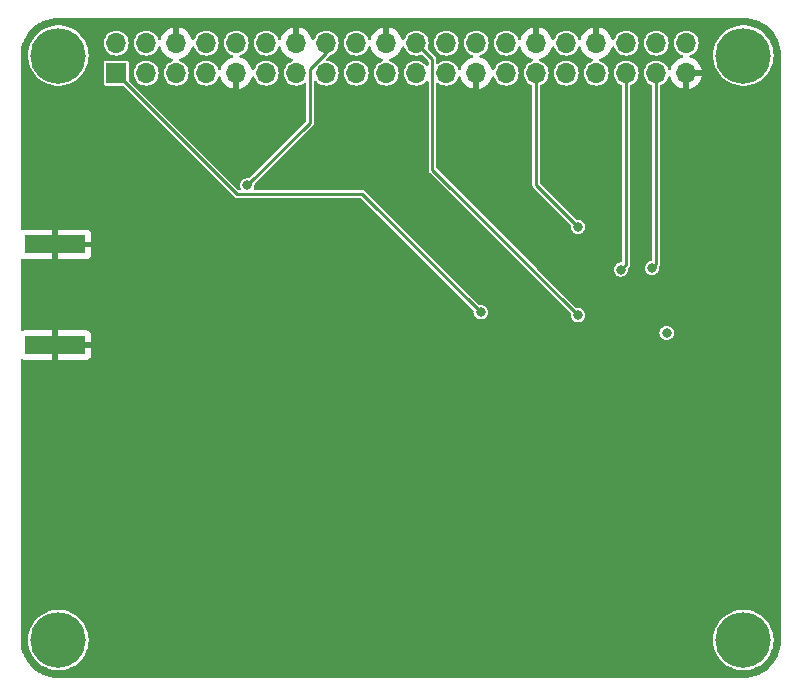
<source format=gbl>
%TF.GenerationSoftware,KiCad,Pcbnew,8.0.5*%
%TF.CreationDate,2024-12-07T14:51:23-08:00*%
%TF.ProjectId,Groundstation_2400_Hat,47726f75-6e64-4737-9461-74696f6e5f32,v1.1*%
%TF.SameCoordinates,Original*%
%TF.FileFunction,Copper,L4,Bot*%
%TF.FilePolarity,Positive*%
%FSLAX46Y46*%
G04 Gerber Fmt 4.6, Leading zero omitted, Abs format (unit mm)*
G04 Created by KiCad (PCBNEW 8.0.5) date 2024-12-07 14:51:23*
%MOMM*%
%LPD*%
G01*
G04 APERTURE LIST*
%TA.AperFunction,ComponentPad*%
%ADD10C,4.700000*%
%TD*%
%TA.AperFunction,SMDPad,CuDef*%
%ADD11R,5.080000X1.500000*%
%TD*%
%TA.AperFunction,ComponentPad*%
%ADD12R,1.700000X1.700000*%
%TD*%
%TA.AperFunction,ComponentPad*%
%ADD13O,1.700000X1.700000*%
%TD*%
%TA.AperFunction,ViaPad*%
%ADD14C,0.800000*%
%TD*%
%TA.AperFunction,Conductor*%
%ADD15C,0.250000*%
%TD*%
G04 APERTURE END LIST*
D10*
X103500000Y-103500000D03*
D11*
X103250000Y-128000000D03*
X103250000Y-119500000D03*
D10*
X103500000Y-153000000D03*
X161500000Y-153000000D03*
X161500000Y-103500000D03*
D12*
X108400000Y-105000000D03*
D13*
X108400000Y-102460000D03*
X110940000Y-105000000D03*
X110940000Y-102460000D03*
X113480000Y-105000000D03*
X113480000Y-102460000D03*
X116020000Y-105000000D03*
X116020000Y-102460000D03*
X118560000Y-105000000D03*
X118560000Y-102460000D03*
X121100000Y-105000000D03*
X121100000Y-102460000D03*
X123640000Y-105000000D03*
X123640000Y-102460000D03*
X126180000Y-105000000D03*
X126180000Y-102460000D03*
X128720000Y-105000000D03*
X128720000Y-102460000D03*
X131260000Y-105000000D03*
X131260000Y-102460000D03*
X133800000Y-105000000D03*
X133800000Y-102460000D03*
X136340000Y-105000000D03*
X136340000Y-102460000D03*
X138880000Y-105000000D03*
X138880000Y-102460000D03*
X141420000Y-105000000D03*
X141420000Y-102460000D03*
X143960000Y-105000000D03*
X143960000Y-102460000D03*
X146500000Y-105000000D03*
X146500000Y-102460000D03*
X149040000Y-105000000D03*
X149040000Y-102460000D03*
X151580000Y-105000000D03*
X151580000Y-102460000D03*
X154120000Y-105000000D03*
X154120000Y-102460000D03*
X156660000Y-105000000D03*
X156660000Y-102460000D03*
D14*
X155000000Y-127000000D03*
X128000000Y-120000000D03*
X118000000Y-127250000D03*
X125000000Y-117000000D03*
X110500000Y-113430000D03*
X119250000Y-127250000D03*
X120500000Y-124000000D03*
X110500000Y-115930000D03*
X115500000Y-119500000D03*
X115500000Y-117500000D03*
X149500000Y-111500000D03*
X150000000Y-128500000D03*
X128000000Y-118500000D03*
X125000000Y-124000000D03*
X102000000Y-116500000D03*
X104500000Y-116500000D03*
X104000000Y-131000000D03*
X122000000Y-117000000D03*
X115500000Y-120500000D03*
X123500000Y-124000000D03*
X128000000Y-117000000D03*
X115500000Y-118500000D03*
X123500000Y-117000000D03*
X120500000Y-117000000D03*
X122000000Y-124000000D03*
X126500000Y-124000000D03*
X128000000Y-123000000D03*
X155000000Y-128500000D03*
X101750000Y-131000000D03*
X128000000Y-121500000D03*
X126500000Y-117000000D03*
X110500000Y-109000000D03*
X153750000Y-121500000D03*
X151125000Y-121625000D03*
X139250000Y-125250000D03*
X147500000Y-125500000D03*
X119500000Y-114500000D03*
X147500000Y-118000000D03*
D15*
X154120000Y-121130000D02*
X153750000Y-121500000D01*
X154120000Y-105000000D02*
X154120000Y-121130000D01*
X151580000Y-105000000D02*
X151580000Y-121170000D01*
X151125000Y-121625000D02*
X151000000Y-121750000D01*
X151580000Y-121170000D02*
X151125000Y-121625000D01*
X118625000Y-115225000D02*
X129225000Y-115225000D01*
X129225000Y-115225000D02*
X139250000Y-125250000D01*
X108400000Y-105000000D02*
X118625000Y-115225000D01*
X135165000Y-113165000D02*
X147500000Y-125500000D01*
X133800000Y-102460000D02*
X135165000Y-103825000D01*
X135165000Y-103825000D02*
X135165000Y-113165000D01*
X124815000Y-104685000D02*
X124815000Y-109185000D01*
X126180000Y-102460000D02*
X126180000Y-103320000D01*
X126180000Y-103320000D02*
X124815000Y-104685000D01*
X124815000Y-109185000D02*
X119500000Y-114500000D01*
X143960000Y-105000000D02*
X143960000Y-114460000D01*
X143960000Y-114460000D02*
X147500000Y-118000000D01*
%TA.AperFunction,Conductor*%
G36*
X161503243Y-100300669D02*
G01*
X161827952Y-100317687D01*
X161840860Y-100319044D01*
X162158794Y-100369400D01*
X162171478Y-100372095D01*
X162482429Y-100455414D01*
X162494770Y-100459425D01*
X162795282Y-100574780D01*
X162807138Y-100580058D01*
X163093976Y-100726210D01*
X163105192Y-100732686D01*
X163375165Y-100908008D01*
X163385666Y-100915637D01*
X163635836Y-101118221D01*
X163645481Y-101126906D01*
X163873093Y-101354518D01*
X163881778Y-101364163D01*
X164084362Y-101614333D01*
X164091991Y-101624834D01*
X164267310Y-101894802D01*
X164273792Y-101906029D01*
X164319894Y-101996507D01*
X164419940Y-102192859D01*
X164425219Y-102204717D01*
X164540574Y-102505229D01*
X164544585Y-102517572D01*
X164627902Y-102828515D01*
X164630600Y-102841211D01*
X164680955Y-103159139D01*
X164682312Y-103172047D01*
X164699330Y-103496756D01*
X164699500Y-103503246D01*
X164699500Y-152996753D01*
X164699330Y-153003243D01*
X164682312Y-153327952D01*
X164680955Y-153340860D01*
X164630600Y-153658788D01*
X164627902Y-153671484D01*
X164544585Y-153982427D01*
X164540574Y-153994770D01*
X164425219Y-154295282D01*
X164419940Y-154307140D01*
X164273796Y-154593964D01*
X164267306Y-154605204D01*
X164091991Y-154875165D01*
X164084362Y-154885666D01*
X163881778Y-155135836D01*
X163873093Y-155145481D01*
X163645481Y-155373093D01*
X163635836Y-155381778D01*
X163385666Y-155584362D01*
X163375165Y-155591991D01*
X163105204Y-155767306D01*
X163093964Y-155773796D01*
X162807140Y-155919940D01*
X162795282Y-155925219D01*
X162494770Y-156040574D01*
X162482427Y-156044585D01*
X162171484Y-156127902D01*
X162158788Y-156130600D01*
X161840860Y-156180955D01*
X161827952Y-156182312D01*
X161503244Y-156199330D01*
X161496754Y-156199500D01*
X103503246Y-156199500D01*
X103496756Y-156199330D01*
X103172047Y-156182312D01*
X103159139Y-156180955D01*
X102841211Y-156130600D01*
X102828515Y-156127902D01*
X102517572Y-156044585D01*
X102505229Y-156040574D01*
X102204717Y-155925219D01*
X102192859Y-155919940D01*
X101995501Y-155819381D01*
X101906029Y-155773792D01*
X101894802Y-155767310D01*
X101624834Y-155591991D01*
X101614333Y-155584362D01*
X101364163Y-155381778D01*
X101354518Y-155373093D01*
X101126906Y-155145481D01*
X101118221Y-155135836D01*
X100915637Y-154885666D01*
X100908008Y-154875165D01*
X100826329Y-154749390D01*
X100732686Y-154605192D01*
X100726210Y-154593976D01*
X100580058Y-154307138D01*
X100574780Y-154295282D01*
X100459425Y-153994770D01*
X100455414Y-153982427D01*
X100372095Y-153671478D01*
X100369399Y-153658788D01*
X100365717Y-153635542D01*
X100319044Y-153340860D01*
X100317687Y-153327952D01*
X100300670Y-153003243D01*
X100300585Y-152999994D01*
X100944457Y-152999994D01*
X100944457Y-153000005D01*
X100964606Y-153320283D01*
X100964607Y-153320290D01*
X101024745Y-153635542D01*
X101123916Y-153940759D01*
X101123918Y-153940764D01*
X101260558Y-154231138D01*
X101260562Y-154231144D01*
X101432520Y-154502108D01*
X101432522Y-154502111D01*
X101637087Y-154749388D01*
X101637089Y-154749390D01*
X101857325Y-154956204D01*
X101871034Y-154969078D01*
X101871044Y-154969086D01*
X102130660Y-155157708D01*
X102130666Y-155157711D01*
X102130672Y-155157716D01*
X102411903Y-155312324D01*
X102710294Y-155430466D01*
X102710293Y-155430466D01*
X103021135Y-155510276D01*
X103021139Y-155510277D01*
X103087935Y-155518715D01*
X103339524Y-155550499D01*
X103339533Y-155550499D01*
X103339536Y-155550500D01*
X103339538Y-155550500D01*
X103660462Y-155550500D01*
X103660464Y-155550500D01*
X103660467Y-155550499D01*
X103660475Y-155550499D01*
X103850463Y-155526497D01*
X103978861Y-155510277D01*
X104289706Y-155430466D01*
X104588097Y-155312324D01*
X104869328Y-155157716D01*
X105128964Y-154969080D01*
X105362911Y-154749390D01*
X105567478Y-154502110D01*
X105739439Y-154231142D01*
X105876084Y-153940758D01*
X105975256Y-153635538D01*
X106035392Y-153320294D01*
X106055543Y-153000000D01*
X106055543Y-152999994D01*
X158944457Y-152999994D01*
X158944457Y-153000005D01*
X158964606Y-153320283D01*
X158964607Y-153320290D01*
X159024745Y-153635542D01*
X159123916Y-153940759D01*
X159123918Y-153940764D01*
X159260558Y-154231138D01*
X159260562Y-154231144D01*
X159432520Y-154502108D01*
X159432522Y-154502111D01*
X159637087Y-154749388D01*
X159637089Y-154749390D01*
X159857325Y-154956204D01*
X159871034Y-154969078D01*
X159871044Y-154969086D01*
X160130660Y-155157708D01*
X160130666Y-155157711D01*
X160130672Y-155157716D01*
X160411903Y-155312324D01*
X160710294Y-155430466D01*
X160710293Y-155430466D01*
X161021135Y-155510276D01*
X161021139Y-155510277D01*
X161087935Y-155518715D01*
X161339524Y-155550499D01*
X161339533Y-155550499D01*
X161339536Y-155550500D01*
X161339538Y-155550500D01*
X161660462Y-155550500D01*
X161660464Y-155550500D01*
X161660467Y-155550499D01*
X161660475Y-155550499D01*
X161850463Y-155526497D01*
X161978861Y-155510277D01*
X162289706Y-155430466D01*
X162588097Y-155312324D01*
X162869328Y-155157716D01*
X163128964Y-154969080D01*
X163362911Y-154749390D01*
X163567478Y-154502110D01*
X163739439Y-154231142D01*
X163876084Y-153940758D01*
X163975256Y-153635538D01*
X164035392Y-153320294D01*
X164055543Y-153000000D01*
X164035392Y-152679706D01*
X163975256Y-152364462D01*
X163876084Y-152059242D01*
X163876081Y-152059235D01*
X163739441Y-151768861D01*
X163739437Y-151768855D01*
X163567479Y-151497891D01*
X163567477Y-151497888D01*
X163362912Y-151250611D01*
X163128965Y-151030921D01*
X163128955Y-151030913D01*
X162869339Y-150842291D01*
X162869321Y-150842280D01*
X162588096Y-150687675D01*
X162588093Y-150687674D01*
X162289703Y-150569533D01*
X162289706Y-150569533D01*
X161978864Y-150489723D01*
X161978851Y-150489721D01*
X161660475Y-150449500D01*
X161660464Y-150449500D01*
X161339536Y-150449500D01*
X161339524Y-150449500D01*
X161021148Y-150489721D01*
X161021135Y-150489723D01*
X160710294Y-150569533D01*
X160411906Y-150687674D01*
X160411903Y-150687675D01*
X160130678Y-150842280D01*
X160130660Y-150842291D01*
X159871044Y-151030913D01*
X159871034Y-151030921D01*
X159637087Y-151250611D01*
X159432522Y-151497888D01*
X159432520Y-151497891D01*
X159260562Y-151768855D01*
X159260558Y-151768861D01*
X159123918Y-152059235D01*
X159123916Y-152059240D01*
X159024745Y-152364457D01*
X158964607Y-152679709D01*
X158964606Y-152679716D01*
X158944457Y-152999994D01*
X106055543Y-152999994D01*
X106035392Y-152679706D01*
X105975256Y-152364462D01*
X105876084Y-152059242D01*
X105876081Y-152059235D01*
X105739441Y-151768861D01*
X105739437Y-151768855D01*
X105567479Y-151497891D01*
X105567477Y-151497888D01*
X105362912Y-151250611D01*
X105128965Y-151030921D01*
X105128955Y-151030913D01*
X104869339Y-150842291D01*
X104869321Y-150842280D01*
X104588096Y-150687675D01*
X104588093Y-150687674D01*
X104289703Y-150569533D01*
X104289706Y-150569533D01*
X103978864Y-150489723D01*
X103978851Y-150489721D01*
X103660475Y-150449500D01*
X103660464Y-150449500D01*
X103339536Y-150449500D01*
X103339524Y-150449500D01*
X103021148Y-150489721D01*
X103021135Y-150489723D01*
X102710294Y-150569533D01*
X102411906Y-150687674D01*
X102411903Y-150687675D01*
X102130678Y-150842280D01*
X102130660Y-150842291D01*
X101871044Y-151030913D01*
X101871034Y-151030921D01*
X101637087Y-151250611D01*
X101432522Y-151497888D01*
X101432520Y-151497891D01*
X101260562Y-151768855D01*
X101260558Y-151768861D01*
X101123918Y-152059235D01*
X101123916Y-152059240D01*
X101024745Y-152364457D01*
X100964607Y-152679709D01*
X100964606Y-152679716D01*
X100944457Y-152999994D01*
X100300585Y-152999994D01*
X100300500Y-152996753D01*
X100300500Y-129309506D01*
X100320185Y-129242467D01*
X100372989Y-129196712D01*
X100442147Y-129186768D01*
X100467833Y-129193324D01*
X100602620Y-129243596D01*
X100602627Y-129243598D01*
X100662155Y-129249999D01*
X100662172Y-129250000D01*
X103000000Y-129250000D01*
X103500000Y-129250000D01*
X105837828Y-129250000D01*
X105837844Y-129249999D01*
X105897372Y-129243598D01*
X105897379Y-129243596D01*
X106032086Y-129193354D01*
X106032093Y-129193350D01*
X106147187Y-129107190D01*
X106147190Y-129107187D01*
X106233350Y-128992093D01*
X106233354Y-128992086D01*
X106283596Y-128857379D01*
X106283598Y-128857372D01*
X106289999Y-128797844D01*
X106290000Y-128797827D01*
X106290000Y-128250000D01*
X103500000Y-128250000D01*
X103500000Y-129250000D01*
X103000000Y-129250000D01*
X103000000Y-127750000D01*
X103500000Y-127750000D01*
X106290000Y-127750000D01*
X106290000Y-127202172D01*
X106289999Y-127202155D01*
X106283598Y-127142627D01*
X106283596Y-127142620D01*
X106233354Y-127007913D01*
X106233350Y-127007906D01*
X106227430Y-126999998D01*
X154394318Y-126999998D01*
X154394318Y-127000001D01*
X154414955Y-127156760D01*
X154414956Y-127156762D01*
X154475464Y-127302841D01*
X154571718Y-127428282D01*
X154697159Y-127524536D01*
X154843238Y-127585044D01*
X154921619Y-127595363D01*
X154999999Y-127605682D01*
X155000000Y-127605682D01*
X155000001Y-127605682D01*
X155052254Y-127598802D01*
X155156762Y-127585044D01*
X155302841Y-127524536D01*
X155428282Y-127428282D01*
X155524536Y-127302841D01*
X155585044Y-127156762D01*
X155605682Y-127000000D01*
X155585044Y-126843238D01*
X155524536Y-126697159D01*
X155428282Y-126571718D01*
X155302841Y-126475464D01*
X155156762Y-126414956D01*
X155156760Y-126414955D01*
X155000001Y-126394318D01*
X154999999Y-126394318D01*
X154843239Y-126414955D01*
X154843237Y-126414956D01*
X154697160Y-126475463D01*
X154571718Y-126571718D01*
X154475463Y-126697160D01*
X154414956Y-126843237D01*
X154414955Y-126843239D01*
X154394318Y-126999998D01*
X106227430Y-126999998D01*
X106147190Y-126892812D01*
X106147187Y-126892809D01*
X106032093Y-126806649D01*
X106032086Y-126806645D01*
X105897379Y-126756403D01*
X105897372Y-126756401D01*
X105837844Y-126750000D01*
X103500000Y-126750000D01*
X103500000Y-127750000D01*
X103000000Y-127750000D01*
X103000000Y-126750000D01*
X100662155Y-126750000D01*
X100602627Y-126756401D01*
X100602619Y-126756403D01*
X100467833Y-126806675D01*
X100398141Y-126811659D01*
X100336818Y-126778174D01*
X100303334Y-126716850D01*
X100300500Y-126690493D01*
X100300500Y-120809506D01*
X100320185Y-120742467D01*
X100372989Y-120696712D01*
X100442147Y-120686768D01*
X100467833Y-120693324D01*
X100602620Y-120743596D01*
X100602627Y-120743598D01*
X100662155Y-120749999D01*
X100662172Y-120750000D01*
X103000000Y-120750000D01*
X103500000Y-120750000D01*
X105837828Y-120750000D01*
X105837844Y-120749999D01*
X105897372Y-120743598D01*
X105897379Y-120743596D01*
X106032086Y-120693354D01*
X106032093Y-120693350D01*
X106147187Y-120607190D01*
X106147190Y-120607187D01*
X106233350Y-120492093D01*
X106233354Y-120492086D01*
X106283596Y-120357379D01*
X106283598Y-120357372D01*
X106289999Y-120297844D01*
X106290000Y-120297827D01*
X106290000Y-119750000D01*
X103500000Y-119750000D01*
X103500000Y-120750000D01*
X103000000Y-120750000D01*
X103000000Y-119250000D01*
X103500000Y-119250000D01*
X106290000Y-119250000D01*
X106290000Y-118702172D01*
X106289999Y-118702155D01*
X106283598Y-118642627D01*
X106283596Y-118642620D01*
X106233354Y-118507913D01*
X106233350Y-118507906D01*
X106147190Y-118392812D01*
X106147187Y-118392809D01*
X106032093Y-118306649D01*
X106032086Y-118306645D01*
X105897379Y-118256403D01*
X105897372Y-118256401D01*
X105837844Y-118250000D01*
X103500000Y-118250000D01*
X103500000Y-119250000D01*
X103000000Y-119250000D01*
X103000000Y-118250000D01*
X100662155Y-118250000D01*
X100602627Y-118256401D01*
X100602619Y-118256403D01*
X100467833Y-118306675D01*
X100398141Y-118311659D01*
X100336818Y-118278174D01*
X100303334Y-118216850D01*
X100300500Y-118190493D01*
X100300500Y-103503246D01*
X100300585Y-103499994D01*
X100944457Y-103499994D01*
X100944457Y-103500005D01*
X100964606Y-103820283D01*
X100964607Y-103820290D01*
X100984297Y-103923507D01*
X101012579Y-104071769D01*
X101024745Y-104135542D01*
X101123916Y-104440759D01*
X101123918Y-104440764D01*
X101260558Y-104731138D01*
X101260562Y-104731144D01*
X101432520Y-105002108D01*
X101432522Y-105002111D01*
X101601139Y-105205934D01*
X101637089Y-105249390D01*
X101797579Y-105400099D01*
X101871034Y-105469078D01*
X101871044Y-105469086D01*
X102130660Y-105657708D01*
X102130666Y-105657711D01*
X102130672Y-105657716D01*
X102411903Y-105812324D01*
X102710294Y-105930466D01*
X102710293Y-105930466D01*
X103021135Y-106010276D01*
X103021139Y-106010277D01*
X103087935Y-106018715D01*
X103339524Y-106050499D01*
X103339533Y-106050499D01*
X103339536Y-106050500D01*
X103339538Y-106050500D01*
X103660462Y-106050500D01*
X103660464Y-106050500D01*
X103660467Y-106050499D01*
X103660475Y-106050499D01*
X103873842Y-106023544D01*
X103978861Y-106010277D01*
X104289706Y-105930466D01*
X104588097Y-105812324D01*
X104869328Y-105657716D01*
X105128964Y-105469080D01*
X105362911Y-105249390D01*
X105567478Y-105002110D01*
X105739439Y-104731142D01*
X105876084Y-104440758D01*
X105975256Y-104135538D01*
X105976265Y-104130247D01*
X107349500Y-104130247D01*
X107349500Y-105869752D01*
X107361131Y-105928229D01*
X107361132Y-105928230D01*
X107405447Y-105994552D01*
X107471769Y-106038867D01*
X107471770Y-106038868D01*
X107530247Y-106050499D01*
X107530250Y-106050500D01*
X107530252Y-106050500D01*
X108938811Y-106050500D01*
X109005850Y-106070185D01*
X109026492Y-106086819D01*
X118360194Y-115420520D01*
X118360204Y-115420531D01*
X118364534Y-115424861D01*
X118364535Y-115424862D01*
X118425138Y-115485465D01*
X118462250Y-115506891D01*
X118462252Y-115506893D01*
X118499358Y-115528317D01*
X118499360Y-115528317D01*
X118499361Y-115528318D01*
X118582147Y-115550501D01*
X118582149Y-115550501D01*
X118675449Y-115550501D01*
X118675465Y-115550500D01*
X129038811Y-115550500D01*
X129105850Y-115570185D01*
X129126492Y-115586819D01*
X138617988Y-125078315D01*
X138651473Y-125139638D01*
X138653246Y-125182181D01*
X138644318Y-125249998D01*
X138644318Y-125250001D01*
X138664955Y-125406760D01*
X138664956Y-125406762D01*
X138703576Y-125500000D01*
X138725464Y-125552841D01*
X138821718Y-125678282D01*
X138947159Y-125774536D01*
X139093238Y-125835044D01*
X139171619Y-125845363D01*
X139249999Y-125855682D01*
X139250000Y-125855682D01*
X139250001Y-125855682D01*
X139302254Y-125848802D01*
X139406762Y-125835044D01*
X139552841Y-125774536D01*
X139678282Y-125678282D01*
X139774536Y-125552841D01*
X139835044Y-125406762D01*
X139855682Y-125250000D01*
X139848725Y-125197159D01*
X139835044Y-125093239D01*
X139835044Y-125093238D01*
X139774536Y-124947159D01*
X139678282Y-124821718D01*
X139552841Y-124725464D01*
X139406762Y-124664956D01*
X139406760Y-124664955D01*
X139250001Y-124644318D01*
X139249999Y-124644318D01*
X139182181Y-124653246D01*
X139113145Y-124642480D01*
X139078315Y-124617988D01*
X129424864Y-114964537D01*
X129424862Y-114964535D01*
X129387750Y-114943108D01*
X129350640Y-114921682D01*
X129309246Y-114910591D01*
X129267853Y-114899500D01*
X129267852Y-114899500D01*
X120170078Y-114899500D01*
X120103039Y-114879815D01*
X120057284Y-114827011D01*
X120047340Y-114757853D01*
X120055517Y-114728048D01*
X120069434Y-114694446D01*
X120085044Y-114656762D01*
X120098802Y-114552254D01*
X120105682Y-114500001D01*
X120105682Y-114499999D01*
X120096753Y-114432181D01*
X120107518Y-114363146D01*
X120132008Y-114328317D01*
X125075465Y-109384862D01*
X125118318Y-109310639D01*
X125140500Y-109227853D01*
X125140500Y-109142147D01*
X125140500Y-105735835D01*
X125160185Y-105668796D01*
X125212989Y-105623041D01*
X125282147Y-105613097D01*
X125345703Y-105642122D01*
X125360354Y-105657171D01*
X125433589Y-105746410D01*
X125499884Y-105800816D01*
X125593550Y-105877685D01*
X125776046Y-105975232D01*
X125974066Y-106035300D01*
X125974065Y-106035300D01*
X125992529Y-106037118D01*
X126180000Y-106055583D01*
X126385934Y-106035300D01*
X126583954Y-105975232D01*
X126766450Y-105877685D01*
X126926410Y-105746410D01*
X127057685Y-105586450D01*
X127155232Y-105403954D01*
X127215300Y-105205934D01*
X127235583Y-105000000D01*
X127664417Y-105000000D01*
X127684699Y-105205932D01*
X127684700Y-105205934D01*
X127744768Y-105403954D01*
X127842315Y-105586450D01*
X127866537Y-105615965D01*
X127973589Y-105746410D01*
X128039884Y-105800816D01*
X128133550Y-105877685D01*
X128316046Y-105975232D01*
X128514066Y-106035300D01*
X128514065Y-106035300D01*
X128532529Y-106037118D01*
X128720000Y-106055583D01*
X128925934Y-106035300D01*
X129123954Y-105975232D01*
X129306450Y-105877685D01*
X129466410Y-105746410D01*
X129597685Y-105586450D01*
X129695232Y-105403954D01*
X129755300Y-105205934D01*
X129775583Y-105000000D01*
X129755300Y-104794066D01*
X129695232Y-104596046D01*
X129597685Y-104413550D01*
X129522897Y-104322420D01*
X129466410Y-104253589D01*
X129316121Y-104130252D01*
X129306450Y-104122315D01*
X129123954Y-104024768D01*
X128925934Y-103964700D01*
X128925932Y-103964699D01*
X128925934Y-103964699D01*
X128720000Y-103944417D01*
X128514067Y-103964699D01*
X128379736Y-104005448D01*
X128316050Y-104024767D01*
X128316043Y-104024769D01*
X128228114Y-104071769D01*
X128133550Y-104122315D01*
X128133548Y-104122316D01*
X128133547Y-104122317D01*
X127973589Y-104253589D01*
X127842317Y-104413547D01*
X127842315Y-104413550D01*
X127827769Y-104440764D01*
X127744769Y-104596043D01*
X127684699Y-104794067D01*
X127664417Y-105000000D01*
X127235583Y-105000000D01*
X127215300Y-104794066D01*
X127155232Y-104596046D01*
X127057685Y-104413550D01*
X126982897Y-104322420D01*
X126926410Y-104253589D01*
X126776121Y-104130252D01*
X126766450Y-104122315D01*
X126583954Y-104024768D01*
X126385934Y-103964700D01*
X126385932Y-103964699D01*
X126385934Y-103964699D01*
X126291533Y-103955402D01*
X126226745Y-103929241D01*
X126186387Y-103872206D01*
X126183270Y-103802406D01*
X126216004Y-103744320D01*
X126369652Y-103590673D01*
X126369657Y-103590669D01*
X126379860Y-103580465D01*
X126379862Y-103580465D01*
X126440465Y-103519862D01*
X126444731Y-103512471D01*
X126495292Y-103464255D01*
X126516117Y-103455809D01*
X126583954Y-103435232D01*
X126766450Y-103337685D01*
X126926410Y-103206410D01*
X127057685Y-103046450D01*
X127155232Y-102863954D01*
X127215300Y-102665934D01*
X127235583Y-102460000D01*
X127664417Y-102460000D01*
X127684699Y-102665932D01*
X127684700Y-102665934D01*
X127735920Y-102834787D01*
X127744769Y-102863956D01*
X127745778Y-102865843D01*
X127842315Y-103046450D01*
X127842317Y-103046452D01*
X127973589Y-103206410D01*
X128070209Y-103285702D01*
X128133550Y-103337685D01*
X128316046Y-103435232D01*
X128514066Y-103495300D01*
X128514065Y-103495300D01*
X128528849Y-103496756D01*
X128720000Y-103515583D01*
X128925934Y-103495300D01*
X129123954Y-103435232D01*
X129306450Y-103337685D01*
X129466410Y-103206410D01*
X129597685Y-103046450D01*
X129695232Y-102863954D01*
X129715406Y-102797446D01*
X129753702Y-102739010D01*
X129817514Y-102710553D01*
X129886581Y-102721112D01*
X129938975Y-102767336D01*
X129953841Y-102801349D01*
X129986567Y-102923486D01*
X129986570Y-102923492D01*
X130086399Y-103137578D01*
X130221894Y-103331082D01*
X130388917Y-103498105D01*
X130582421Y-103633600D01*
X130796507Y-103733429D01*
X130796516Y-103733433D01*
X130918649Y-103766158D01*
X130978310Y-103802523D01*
X131008839Y-103865369D01*
X131000545Y-103934745D01*
X130956059Y-103988623D01*
X130922552Y-104004593D01*
X130856046Y-104024767D01*
X130725358Y-104094622D01*
X130673550Y-104122315D01*
X130673548Y-104122316D01*
X130673547Y-104122317D01*
X130513589Y-104253589D01*
X130382317Y-104413547D01*
X130382315Y-104413550D01*
X130367769Y-104440764D01*
X130284769Y-104596043D01*
X130224699Y-104794067D01*
X130204417Y-105000000D01*
X130224699Y-105205932D01*
X130224700Y-105205934D01*
X130284768Y-105403954D01*
X130382315Y-105586450D01*
X130406537Y-105615965D01*
X130513589Y-105746410D01*
X130579884Y-105800816D01*
X130673550Y-105877685D01*
X130856046Y-105975232D01*
X131054066Y-106035300D01*
X131054065Y-106035300D01*
X131072529Y-106037118D01*
X131260000Y-106055583D01*
X131465934Y-106035300D01*
X131663954Y-105975232D01*
X131846450Y-105877685D01*
X132006410Y-105746410D01*
X132137685Y-105586450D01*
X132235232Y-105403954D01*
X132295300Y-105205934D01*
X132315583Y-105000000D01*
X132295300Y-104794066D01*
X132235232Y-104596046D01*
X132137685Y-104413550D01*
X132062897Y-104322420D01*
X132006410Y-104253589D01*
X131856121Y-104130252D01*
X131846450Y-104122315D01*
X131663954Y-104024768D01*
X131597447Y-104004593D01*
X131539009Y-103966296D01*
X131510553Y-103902484D01*
X131521113Y-103833417D01*
X131567337Y-103781023D01*
X131601350Y-103766158D01*
X131723483Y-103733433D01*
X131723492Y-103733429D01*
X131937578Y-103633600D01*
X132131082Y-103498105D01*
X132298105Y-103331082D01*
X132433600Y-103137578D01*
X132533429Y-102923492D01*
X132533433Y-102923483D01*
X132566158Y-102801350D01*
X132602522Y-102741690D01*
X132665369Y-102711160D01*
X132734745Y-102719454D01*
X132788623Y-102763939D01*
X132804593Y-102797447D01*
X132815920Y-102834787D01*
X132824769Y-102863956D01*
X132825778Y-102865843D01*
X132922315Y-103046450D01*
X132922317Y-103046452D01*
X133053589Y-103206410D01*
X133150209Y-103285702D01*
X133213550Y-103337685D01*
X133396046Y-103435232D01*
X133594066Y-103495300D01*
X133594065Y-103495300D01*
X133608849Y-103496756D01*
X133800000Y-103515583D01*
X134005934Y-103495300D01*
X134203954Y-103435232D01*
X134203969Y-103435223D01*
X134205843Y-103434448D01*
X134206918Y-103434332D01*
X134209784Y-103433463D01*
X134209948Y-103434005D01*
X134275311Y-103426969D01*
X134337795Y-103458234D01*
X134340994Y-103461321D01*
X134803181Y-103923507D01*
X134836666Y-103984830D01*
X134839500Y-104011188D01*
X134839500Y-104264164D01*
X134819815Y-104331203D01*
X134767011Y-104376958D01*
X134697853Y-104386902D01*
X134634297Y-104357877D01*
X134619647Y-104342829D01*
X134546410Y-104253590D01*
X134465746Y-104187391D01*
X134386450Y-104122315D01*
X134203954Y-104024768D01*
X134005934Y-103964700D01*
X134005932Y-103964699D01*
X134005934Y-103964699D01*
X133800000Y-103944417D01*
X133594067Y-103964699D01*
X133459736Y-104005448D01*
X133396050Y-104024767D01*
X133396043Y-104024769D01*
X133308114Y-104071769D01*
X133213550Y-104122315D01*
X133213548Y-104122316D01*
X133213547Y-104122317D01*
X133053589Y-104253589D01*
X132922317Y-104413547D01*
X132922315Y-104413550D01*
X132907769Y-104440764D01*
X132824769Y-104596043D01*
X132764699Y-104794067D01*
X132744417Y-105000000D01*
X132764699Y-105205932D01*
X132764700Y-105205934D01*
X132824768Y-105403954D01*
X132922315Y-105586450D01*
X132946537Y-105615965D01*
X133053589Y-105746410D01*
X133119884Y-105800816D01*
X133213550Y-105877685D01*
X133396046Y-105975232D01*
X133594066Y-106035300D01*
X133594065Y-106035300D01*
X133612529Y-106037118D01*
X133800000Y-106055583D01*
X134005934Y-106035300D01*
X134203954Y-105975232D01*
X134386450Y-105877685D01*
X134546410Y-105746410D01*
X134619646Y-105657170D01*
X134677392Y-105617836D01*
X134747236Y-105615965D01*
X134807005Y-105652152D01*
X134837721Y-105714908D01*
X134839500Y-105735835D01*
X134839500Y-113207852D01*
X134861682Y-113290640D01*
X134883108Y-113327750D01*
X134904535Y-113364862D01*
X134904537Y-113364864D01*
X146867988Y-125328315D01*
X146901473Y-125389638D01*
X146903246Y-125432181D01*
X146894318Y-125499998D01*
X146894318Y-125500001D01*
X146914955Y-125656760D01*
X146914956Y-125656762D01*
X146975464Y-125802841D01*
X147071718Y-125928282D01*
X147197159Y-126024536D01*
X147343238Y-126085044D01*
X147421619Y-126095363D01*
X147499999Y-126105682D01*
X147500000Y-126105682D01*
X147500001Y-126105682D01*
X147552254Y-126098802D01*
X147656762Y-126085044D01*
X147802841Y-126024536D01*
X147928282Y-125928282D01*
X148024536Y-125802841D01*
X148085044Y-125656762D01*
X148105682Y-125500000D01*
X148085044Y-125343238D01*
X148024536Y-125197159D01*
X147928282Y-125071718D01*
X147802841Y-124975464D01*
X147656762Y-124914956D01*
X147656760Y-124914955D01*
X147500001Y-124894318D01*
X147499999Y-124894318D01*
X147432181Y-124903246D01*
X147363145Y-124892480D01*
X147328315Y-124867988D01*
X144085325Y-121624998D01*
X150519318Y-121624998D01*
X150519318Y-121625001D01*
X150539955Y-121781760D01*
X150539956Y-121781762D01*
X150600464Y-121927841D01*
X150696718Y-122053282D01*
X150822159Y-122149536D01*
X150968238Y-122210044D01*
X151046619Y-122220363D01*
X151124999Y-122230682D01*
X151125000Y-122230682D01*
X151125001Y-122230682D01*
X151177254Y-122223802D01*
X151281762Y-122210044D01*
X151427841Y-122149536D01*
X151553282Y-122053282D01*
X151649536Y-121927841D01*
X151710044Y-121781762D01*
X151723802Y-121677254D01*
X151730682Y-121625001D01*
X151730682Y-121625000D01*
X151721753Y-121557184D01*
X151732518Y-121488148D01*
X151757011Y-121453315D01*
X151840465Y-121369862D01*
X151883318Y-121295639D01*
X151905500Y-121212853D01*
X151905500Y-121127147D01*
X151905500Y-106090583D01*
X151925185Y-106023544D01*
X151977989Y-105977789D01*
X151982049Y-105976021D01*
X151983945Y-105975234D01*
X151983954Y-105975232D01*
X152166450Y-105877685D01*
X152326410Y-105746410D01*
X152457685Y-105586450D01*
X152555232Y-105403954D01*
X152615300Y-105205934D01*
X152635583Y-105000000D01*
X153064417Y-105000000D01*
X153084699Y-105205932D01*
X153084700Y-105205934D01*
X153144768Y-105403954D01*
X153242315Y-105586450D01*
X153266537Y-105615965D01*
X153373589Y-105746410D01*
X153439884Y-105800816D01*
X153533550Y-105877685D01*
X153716046Y-105975232D01*
X153716051Y-105975233D01*
X153717951Y-105976021D01*
X153718796Y-105976701D01*
X153721419Y-105978104D01*
X153721153Y-105978601D01*
X153772355Y-106019862D01*
X153794421Y-106086156D01*
X153794500Y-106090583D01*
X153794500Y-120779714D01*
X153774815Y-120846753D01*
X153722011Y-120892508D01*
X153686686Y-120902653D01*
X153616280Y-120911922D01*
X153593238Y-120914956D01*
X153593237Y-120914956D01*
X153447160Y-120975463D01*
X153321718Y-121071718D01*
X153225463Y-121197160D01*
X153164956Y-121343237D01*
X153164955Y-121343239D01*
X153144318Y-121499998D01*
X153144318Y-121500001D01*
X153164955Y-121656760D01*
X153164956Y-121656762D01*
X153225464Y-121802841D01*
X153321718Y-121928282D01*
X153447159Y-122024536D01*
X153593238Y-122085044D01*
X153671619Y-122095363D01*
X153749999Y-122105682D01*
X153750000Y-122105682D01*
X153750001Y-122105682D01*
X153802254Y-122098802D01*
X153906762Y-122085044D01*
X154052841Y-122024536D01*
X154178282Y-121928282D01*
X154274536Y-121802841D01*
X154335044Y-121656762D01*
X154355682Y-121500000D01*
X154355228Y-121496555D01*
X154346753Y-121432182D01*
X154357518Y-121363147D01*
X154376085Y-121336743D01*
X154375518Y-121336308D01*
X154380457Y-121329869D01*
X154380465Y-121329862D01*
X154423318Y-121255639D01*
X154445500Y-121172853D01*
X154445500Y-121087147D01*
X154445500Y-106090583D01*
X154465185Y-106023544D01*
X154517989Y-105977789D01*
X154522049Y-105976021D01*
X154523945Y-105975234D01*
X154523954Y-105975232D01*
X154706450Y-105877685D01*
X154866410Y-105746410D01*
X154997685Y-105586450D01*
X155095232Y-105403954D01*
X155115406Y-105337446D01*
X155153702Y-105279010D01*
X155217514Y-105250553D01*
X155286581Y-105261112D01*
X155338975Y-105307336D01*
X155353841Y-105341349D01*
X155386567Y-105463486D01*
X155386570Y-105463492D01*
X155486399Y-105677578D01*
X155621894Y-105871082D01*
X155788917Y-106038105D01*
X155982421Y-106173600D01*
X156196507Y-106273429D01*
X156196516Y-106273433D01*
X156410000Y-106330634D01*
X156410000Y-105433012D01*
X156467007Y-105465925D01*
X156594174Y-105500000D01*
X156725826Y-105500000D01*
X156852993Y-105465925D01*
X156910000Y-105433012D01*
X156910000Y-106330633D01*
X157123483Y-106273433D01*
X157123492Y-106273429D01*
X157337578Y-106173600D01*
X157531082Y-106038105D01*
X157698105Y-105871082D01*
X157833600Y-105677578D01*
X157933429Y-105463492D01*
X157933432Y-105463486D01*
X157990636Y-105250000D01*
X157093012Y-105250000D01*
X157125925Y-105192993D01*
X157160000Y-105065826D01*
X157160000Y-104934174D01*
X157125925Y-104807007D01*
X157093012Y-104750000D01*
X157990636Y-104750000D01*
X157990635Y-104749999D01*
X157933432Y-104536513D01*
X157933429Y-104536507D01*
X157833600Y-104322422D01*
X157833599Y-104322420D01*
X157698113Y-104128926D01*
X157698108Y-104128920D01*
X157531082Y-103961894D01*
X157337578Y-103826399D01*
X157123492Y-103726570D01*
X157123486Y-103726567D01*
X157001349Y-103693841D01*
X156941689Y-103657476D01*
X156911160Y-103594629D01*
X156919455Y-103525253D01*
X156940310Y-103499994D01*
X158944457Y-103499994D01*
X158944457Y-103500005D01*
X158964606Y-103820283D01*
X158964607Y-103820290D01*
X158984297Y-103923507D01*
X159012579Y-104071769D01*
X159024745Y-104135542D01*
X159123916Y-104440759D01*
X159123918Y-104440764D01*
X159260558Y-104731138D01*
X159260562Y-104731144D01*
X159432520Y-105002108D01*
X159432522Y-105002111D01*
X159601139Y-105205934D01*
X159637089Y-105249390D01*
X159797579Y-105400099D01*
X159871034Y-105469078D01*
X159871044Y-105469086D01*
X160130660Y-105657708D01*
X160130666Y-105657711D01*
X160130672Y-105657716D01*
X160411903Y-105812324D01*
X160710294Y-105930466D01*
X160710293Y-105930466D01*
X161021135Y-106010276D01*
X161021139Y-106010277D01*
X161087935Y-106018715D01*
X161339524Y-106050499D01*
X161339533Y-106050499D01*
X161339536Y-106050500D01*
X161339538Y-106050500D01*
X161660462Y-106050500D01*
X161660464Y-106050500D01*
X161660467Y-106050499D01*
X161660475Y-106050499D01*
X161873842Y-106023544D01*
X161978861Y-106010277D01*
X162289706Y-105930466D01*
X162588097Y-105812324D01*
X162869328Y-105657716D01*
X163128964Y-105469080D01*
X163362911Y-105249390D01*
X163567478Y-105002110D01*
X163739439Y-104731142D01*
X163876084Y-104440758D01*
X163975256Y-104135538D01*
X164035392Y-103820294D01*
X164036510Y-103802523D01*
X164055543Y-103500005D01*
X164055543Y-103499994D01*
X164035393Y-103179716D01*
X164035392Y-103179709D01*
X164035392Y-103179706D01*
X163975256Y-102864462D01*
X163876084Y-102559242D01*
X163860360Y-102525826D01*
X163739441Y-102268861D01*
X163739437Y-102268855D01*
X163567479Y-101997891D01*
X163567477Y-101997888D01*
X163362912Y-101750611D01*
X163323489Y-101713590D01*
X163128964Y-101530920D01*
X163128961Y-101530918D01*
X163128955Y-101530913D01*
X162869339Y-101342291D01*
X162869321Y-101342280D01*
X162588096Y-101187675D01*
X162588093Y-101187674D01*
X162289703Y-101069533D01*
X162289706Y-101069533D01*
X161978864Y-100989723D01*
X161978851Y-100989721D01*
X161660475Y-100949500D01*
X161660464Y-100949500D01*
X161339536Y-100949500D01*
X161339524Y-100949500D01*
X161021148Y-100989721D01*
X161021135Y-100989723D01*
X160710294Y-101069533D01*
X160411906Y-101187674D01*
X160411903Y-101187675D01*
X160130678Y-101342280D01*
X160130660Y-101342291D01*
X159871044Y-101530913D01*
X159871034Y-101530921D01*
X159637087Y-101750611D01*
X159432522Y-101997888D01*
X159432520Y-101997891D01*
X159260562Y-102268855D01*
X159260558Y-102268861D01*
X159123918Y-102559235D01*
X159123916Y-102559240D01*
X159024745Y-102864457D01*
X158964607Y-103179709D01*
X158964606Y-103179716D01*
X158944457Y-103499994D01*
X156940310Y-103499994D01*
X156963940Y-103471375D01*
X156997444Y-103455407D01*
X157063954Y-103435232D01*
X157246450Y-103337685D01*
X157406410Y-103206410D01*
X157537685Y-103046450D01*
X157635232Y-102863954D01*
X157695300Y-102665934D01*
X157715583Y-102460000D01*
X157695300Y-102254066D01*
X157635232Y-102056046D01*
X157537685Y-101873550D01*
X157462897Y-101782420D01*
X157406410Y-101713589D01*
X157285464Y-101614333D01*
X157246450Y-101582315D01*
X157063954Y-101484768D01*
X156865934Y-101424700D01*
X156865932Y-101424699D01*
X156865934Y-101424699D01*
X156660000Y-101404417D01*
X156454067Y-101424699D01*
X156256043Y-101484769D01*
X156145898Y-101543643D01*
X156073550Y-101582315D01*
X156073548Y-101582316D01*
X156073547Y-101582317D01*
X155913589Y-101713589D01*
X155782670Y-101873117D01*
X155782315Y-101873550D01*
X155764951Y-101906035D01*
X155684769Y-102056043D01*
X155624699Y-102254067D01*
X155604417Y-102460000D01*
X155624699Y-102665932D01*
X155624700Y-102665934D01*
X155675920Y-102834787D01*
X155684769Y-102863956D01*
X155685778Y-102865843D01*
X155782315Y-103046450D01*
X155782317Y-103046452D01*
X155913589Y-103206410D01*
X156010209Y-103285702D01*
X156073550Y-103337685D01*
X156256046Y-103435232D01*
X156322551Y-103455405D01*
X156380989Y-103493702D01*
X156409446Y-103557514D01*
X156398887Y-103626581D01*
X156352663Y-103678975D01*
X156318650Y-103693841D01*
X156196514Y-103726567D01*
X156196507Y-103726570D01*
X155982422Y-103826399D01*
X155982420Y-103826400D01*
X155788926Y-103961886D01*
X155788920Y-103961891D01*
X155621891Y-104128920D01*
X155621886Y-104128926D01*
X155486400Y-104322420D01*
X155486399Y-104322422D01*
X155386570Y-104536507D01*
X155386567Y-104536514D01*
X155353841Y-104658650D01*
X155317476Y-104718310D01*
X155254629Y-104748839D01*
X155185253Y-104740544D01*
X155131375Y-104696059D01*
X155115406Y-104662552D01*
X155095232Y-104596046D01*
X154997685Y-104413550D01*
X154922897Y-104322420D01*
X154866410Y-104253589D01*
X154716121Y-104130252D01*
X154706450Y-104122315D01*
X154523954Y-104024768D01*
X154325934Y-103964700D01*
X154325932Y-103964699D01*
X154325934Y-103964699D01*
X154120000Y-103944417D01*
X153914067Y-103964699D01*
X153779736Y-104005448D01*
X153716050Y-104024767D01*
X153716043Y-104024769D01*
X153628114Y-104071769D01*
X153533550Y-104122315D01*
X153533548Y-104122316D01*
X153533547Y-104122317D01*
X153373589Y-104253589D01*
X153242317Y-104413547D01*
X153242315Y-104413550D01*
X153227769Y-104440764D01*
X153144769Y-104596043D01*
X153084699Y-104794067D01*
X153064417Y-105000000D01*
X152635583Y-105000000D01*
X152615300Y-104794066D01*
X152555232Y-104596046D01*
X152457685Y-104413550D01*
X152382897Y-104322420D01*
X152326410Y-104253589D01*
X152176121Y-104130252D01*
X152166450Y-104122315D01*
X151983954Y-104024768D01*
X151785934Y-103964700D01*
X151785932Y-103964699D01*
X151785934Y-103964699D01*
X151580000Y-103944417D01*
X151374067Y-103964699D01*
X151239736Y-104005448D01*
X151176050Y-104024767D01*
X151176043Y-104024769D01*
X151088114Y-104071769D01*
X150993550Y-104122315D01*
X150993548Y-104122316D01*
X150993547Y-104122317D01*
X150833589Y-104253589D01*
X150702317Y-104413547D01*
X150702315Y-104413550D01*
X150687769Y-104440764D01*
X150604769Y-104596043D01*
X150544699Y-104794067D01*
X150524417Y-105000000D01*
X150544699Y-105205932D01*
X150544700Y-105205934D01*
X150604768Y-105403954D01*
X150702315Y-105586450D01*
X150726537Y-105615965D01*
X150833589Y-105746410D01*
X150899884Y-105800816D01*
X150993550Y-105877685D01*
X151176046Y-105975232D01*
X151176051Y-105975233D01*
X151177951Y-105976021D01*
X151178796Y-105976701D01*
X151181419Y-105978104D01*
X151181153Y-105978601D01*
X151232355Y-106019862D01*
X151254421Y-106086156D01*
X151254500Y-106090583D01*
X151254500Y-120895318D01*
X151234815Y-120962357D01*
X151182011Y-121008112D01*
X151130500Y-121019318D01*
X151124999Y-121019318D01*
X150968239Y-121039955D01*
X150968237Y-121039956D01*
X150822160Y-121100463D01*
X150696718Y-121196718D01*
X150600463Y-121322160D01*
X150539956Y-121468237D01*
X150539955Y-121468239D01*
X150519318Y-121624998D01*
X144085325Y-121624998D01*
X135526819Y-113066492D01*
X135493334Y-113005169D01*
X135490500Y-112978811D01*
X135490500Y-105923982D01*
X135510185Y-105856943D01*
X135562989Y-105811188D01*
X135632147Y-105801244D01*
X135693165Y-105828129D01*
X135745504Y-105871082D01*
X135753550Y-105877685D01*
X135936046Y-105975232D01*
X136134066Y-106035300D01*
X136134065Y-106035300D01*
X136152529Y-106037118D01*
X136340000Y-106055583D01*
X136545934Y-106035300D01*
X136743954Y-105975232D01*
X136926450Y-105877685D01*
X137086410Y-105746410D01*
X137217685Y-105586450D01*
X137315232Y-105403954D01*
X137335406Y-105337446D01*
X137373702Y-105279010D01*
X137437514Y-105250553D01*
X137506581Y-105261112D01*
X137558975Y-105307336D01*
X137573841Y-105341349D01*
X137606567Y-105463486D01*
X137606570Y-105463492D01*
X137706399Y-105677578D01*
X137841894Y-105871082D01*
X138008917Y-106038105D01*
X138202421Y-106173600D01*
X138416507Y-106273429D01*
X138416516Y-106273433D01*
X138630000Y-106330634D01*
X138630000Y-105433012D01*
X138687007Y-105465925D01*
X138814174Y-105500000D01*
X138945826Y-105500000D01*
X139072993Y-105465925D01*
X139130000Y-105433012D01*
X139130000Y-106330633D01*
X139343483Y-106273433D01*
X139343492Y-106273429D01*
X139557578Y-106173600D01*
X139751082Y-106038105D01*
X139918105Y-105871082D01*
X140053600Y-105677578D01*
X140153429Y-105463492D01*
X140153433Y-105463483D01*
X140186158Y-105341350D01*
X140222522Y-105281690D01*
X140285369Y-105251160D01*
X140354745Y-105259454D01*
X140408623Y-105303939D01*
X140424593Y-105337447D01*
X140444768Y-105403954D01*
X140542315Y-105586450D01*
X140566537Y-105615965D01*
X140673589Y-105746410D01*
X140739884Y-105800816D01*
X140833550Y-105877685D01*
X141016046Y-105975232D01*
X141214066Y-106035300D01*
X141214065Y-106035300D01*
X141232529Y-106037118D01*
X141420000Y-106055583D01*
X141625934Y-106035300D01*
X141823954Y-105975232D01*
X142006450Y-105877685D01*
X142166410Y-105746410D01*
X142297685Y-105586450D01*
X142395232Y-105403954D01*
X142455300Y-105205934D01*
X142475583Y-105000000D01*
X142455300Y-104794066D01*
X142395232Y-104596046D01*
X142297685Y-104413550D01*
X142222897Y-104322420D01*
X142166410Y-104253589D01*
X142016121Y-104130252D01*
X142006450Y-104122315D01*
X141823954Y-104024768D01*
X141625934Y-103964700D01*
X141625932Y-103964699D01*
X141625934Y-103964699D01*
X141420000Y-103944417D01*
X141214067Y-103964699D01*
X141079736Y-104005448D01*
X141016050Y-104024767D01*
X141016043Y-104024769D01*
X140928114Y-104071769D01*
X140833550Y-104122315D01*
X140833548Y-104122316D01*
X140833547Y-104122317D01*
X140673589Y-104253589D01*
X140542317Y-104413547D01*
X140542315Y-104413550D01*
X140527769Y-104440764D01*
X140444767Y-104596046D01*
X140424593Y-104662552D01*
X140386296Y-104720990D01*
X140322483Y-104749447D01*
X140253416Y-104738886D01*
X140201023Y-104692661D01*
X140186158Y-104658649D01*
X140153433Y-104536516D01*
X140153429Y-104536507D01*
X140053600Y-104322422D01*
X140053599Y-104322420D01*
X139918113Y-104128926D01*
X139918108Y-104128920D01*
X139751082Y-103961894D01*
X139557578Y-103826399D01*
X139343492Y-103726570D01*
X139343486Y-103726567D01*
X139221349Y-103693841D01*
X139161689Y-103657476D01*
X139131160Y-103594629D01*
X139139455Y-103525253D01*
X139183940Y-103471375D01*
X139217444Y-103455407D01*
X139283954Y-103435232D01*
X139466450Y-103337685D01*
X139626410Y-103206410D01*
X139757685Y-103046450D01*
X139855232Y-102863954D01*
X139915300Y-102665934D01*
X139935583Y-102460000D01*
X140364417Y-102460000D01*
X140384699Y-102665932D01*
X140384700Y-102665934D01*
X140435920Y-102834787D01*
X140444769Y-102863956D01*
X140445778Y-102865843D01*
X140542315Y-103046450D01*
X140542317Y-103046452D01*
X140673589Y-103206410D01*
X140770209Y-103285702D01*
X140833550Y-103337685D01*
X141016046Y-103435232D01*
X141214066Y-103495300D01*
X141214065Y-103495300D01*
X141228849Y-103496756D01*
X141420000Y-103515583D01*
X141625934Y-103495300D01*
X141823954Y-103435232D01*
X142006450Y-103337685D01*
X142166410Y-103206410D01*
X142297685Y-103046450D01*
X142395232Y-102863954D01*
X142415406Y-102797446D01*
X142453702Y-102739010D01*
X142517514Y-102710553D01*
X142586581Y-102721112D01*
X142638975Y-102767336D01*
X142653841Y-102801349D01*
X142686567Y-102923486D01*
X142686570Y-102923492D01*
X142786399Y-103137578D01*
X142921894Y-103331082D01*
X143088917Y-103498105D01*
X143282421Y-103633600D01*
X143496507Y-103733429D01*
X143496516Y-103733433D01*
X143618649Y-103766158D01*
X143678310Y-103802523D01*
X143708839Y-103865369D01*
X143700545Y-103934745D01*
X143656059Y-103988623D01*
X143622552Y-104004593D01*
X143556046Y-104024767D01*
X143425358Y-104094622D01*
X143373550Y-104122315D01*
X143373548Y-104122316D01*
X143373547Y-104122317D01*
X143213589Y-104253589D01*
X143082317Y-104413547D01*
X143082315Y-104413550D01*
X143067769Y-104440764D01*
X142984769Y-104596043D01*
X142924699Y-104794067D01*
X142904417Y-105000000D01*
X142924699Y-105205932D01*
X142924700Y-105205934D01*
X142984768Y-105403954D01*
X143082315Y-105586450D01*
X143106537Y-105615965D01*
X143213589Y-105746410D01*
X143279884Y-105800816D01*
X143373550Y-105877685D01*
X143556046Y-105975232D01*
X143556051Y-105975233D01*
X143557951Y-105976021D01*
X143558796Y-105976701D01*
X143561419Y-105978104D01*
X143561153Y-105978601D01*
X143612355Y-106019862D01*
X143634421Y-106086156D01*
X143634500Y-106090583D01*
X143634500Y-114502852D01*
X143656682Y-114585640D01*
X143678108Y-114622750D01*
X143699535Y-114659862D01*
X143699537Y-114659864D01*
X146867988Y-117828315D01*
X146901473Y-117889638D01*
X146903246Y-117932181D01*
X146894318Y-117999998D01*
X146894318Y-118000001D01*
X146914955Y-118156760D01*
X146914956Y-118156762D01*
X146965246Y-118278174D01*
X146975464Y-118302841D01*
X147071718Y-118428282D01*
X147197159Y-118524536D01*
X147343238Y-118585044D01*
X147421619Y-118595363D01*
X147499999Y-118605682D01*
X147500000Y-118605682D01*
X147500001Y-118605682D01*
X147552254Y-118598802D01*
X147656762Y-118585044D01*
X147802841Y-118524536D01*
X147928282Y-118428282D01*
X148024536Y-118302841D01*
X148085044Y-118156762D01*
X148105682Y-118000000D01*
X148085044Y-117843238D01*
X148024536Y-117697159D01*
X147928282Y-117571718D01*
X147802841Y-117475464D01*
X147656762Y-117414956D01*
X147656760Y-117414955D01*
X147500001Y-117394318D01*
X147499999Y-117394318D01*
X147432181Y-117403246D01*
X147363145Y-117392480D01*
X147328315Y-117367988D01*
X144321819Y-114361492D01*
X144288334Y-114300169D01*
X144285500Y-114273811D01*
X144285500Y-106090583D01*
X144305185Y-106023544D01*
X144357989Y-105977789D01*
X144362049Y-105976021D01*
X144363945Y-105975234D01*
X144363954Y-105975232D01*
X144546450Y-105877685D01*
X144706410Y-105746410D01*
X144837685Y-105586450D01*
X144935232Y-105403954D01*
X144995300Y-105205934D01*
X145015583Y-105000000D01*
X145444417Y-105000000D01*
X145464699Y-105205932D01*
X145464700Y-105205934D01*
X145524768Y-105403954D01*
X145622315Y-105586450D01*
X145646537Y-105615965D01*
X145753589Y-105746410D01*
X145819884Y-105800816D01*
X145913550Y-105877685D01*
X146096046Y-105975232D01*
X146294066Y-106035300D01*
X146294065Y-106035300D01*
X146312529Y-106037118D01*
X146500000Y-106055583D01*
X146705934Y-106035300D01*
X146903954Y-105975232D01*
X147086450Y-105877685D01*
X147246410Y-105746410D01*
X147377685Y-105586450D01*
X147475232Y-105403954D01*
X147535300Y-105205934D01*
X147555583Y-105000000D01*
X147535300Y-104794066D01*
X147475232Y-104596046D01*
X147377685Y-104413550D01*
X147302897Y-104322420D01*
X147246410Y-104253589D01*
X147096121Y-104130252D01*
X147086450Y-104122315D01*
X146903954Y-104024768D01*
X146705934Y-103964700D01*
X146705932Y-103964699D01*
X146705934Y-103964699D01*
X146500000Y-103944417D01*
X146294067Y-103964699D01*
X146159736Y-104005448D01*
X146096050Y-104024767D01*
X146096043Y-104024769D01*
X146008114Y-104071769D01*
X145913550Y-104122315D01*
X145913548Y-104122316D01*
X145913547Y-104122317D01*
X145753589Y-104253589D01*
X145622317Y-104413547D01*
X145622315Y-104413550D01*
X145607769Y-104440764D01*
X145524769Y-104596043D01*
X145464699Y-104794067D01*
X145444417Y-105000000D01*
X145015583Y-105000000D01*
X144995300Y-104794066D01*
X144935232Y-104596046D01*
X144837685Y-104413550D01*
X144762897Y-104322420D01*
X144706410Y-104253589D01*
X144556121Y-104130252D01*
X144546450Y-104122315D01*
X144363954Y-104024768D01*
X144297447Y-104004593D01*
X144239009Y-103966296D01*
X144210553Y-103902484D01*
X144221113Y-103833417D01*
X144267337Y-103781023D01*
X144301350Y-103766158D01*
X144423483Y-103733433D01*
X144423492Y-103733429D01*
X144637578Y-103633600D01*
X144831082Y-103498105D01*
X144998105Y-103331082D01*
X145133600Y-103137578D01*
X145233429Y-102923492D01*
X145233433Y-102923483D01*
X145266158Y-102801350D01*
X145302522Y-102741690D01*
X145365369Y-102711160D01*
X145434745Y-102719454D01*
X145488623Y-102763939D01*
X145504593Y-102797447D01*
X145515920Y-102834787D01*
X145524769Y-102863956D01*
X145525778Y-102865843D01*
X145622315Y-103046450D01*
X145622317Y-103046452D01*
X145753589Y-103206410D01*
X145850209Y-103285702D01*
X145913550Y-103337685D01*
X146096046Y-103435232D01*
X146294066Y-103495300D01*
X146294065Y-103495300D01*
X146308849Y-103496756D01*
X146500000Y-103515583D01*
X146705934Y-103495300D01*
X146903954Y-103435232D01*
X147086450Y-103337685D01*
X147246410Y-103206410D01*
X147377685Y-103046450D01*
X147475232Y-102863954D01*
X147495406Y-102797446D01*
X147533702Y-102739010D01*
X147597514Y-102710553D01*
X147666581Y-102721112D01*
X147718975Y-102767336D01*
X147733841Y-102801349D01*
X147766567Y-102923486D01*
X147766570Y-102923492D01*
X147866399Y-103137578D01*
X148001894Y-103331082D01*
X148168917Y-103498105D01*
X148362421Y-103633600D01*
X148576507Y-103733429D01*
X148576516Y-103733433D01*
X148698649Y-103766158D01*
X148758310Y-103802523D01*
X148788839Y-103865369D01*
X148780545Y-103934745D01*
X148736059Y-103988623D01*
X148702552Y-104004593D01*
X148636046Y-104024767D01*
X148505358Y-104094622D01*
X148453550Y-104122315D01*
X148453548Y-104122316D01*
X148453547Y-104122317D01*
X148293589Y-104253589D01*
X148162317Y-104413547D01*
X148162315Y-104413550D01*
X148147769Y-104440764D01*
X148064769Y-104596043D01*
X148004699Y-104794067D01*
X147984417Y-105000000D01*
X148004699Y-105205932D01*
X148004700Y-105205934D01*
X148064768Y-105403954D01*
X148162315Y-105586450D01*
X148186537Y-105615965D01*
X148293589Y-105746410D01*
X148359884Y-105800816D01*
X148453550Y-105877685D01*
X148636046Y-105975232D01*
X148834066Y-106035300D01*
X148834065Y-106035300D01*
X148852529Y-106037118D01*
X149040000Y-106055583D01*
X149245934Y-106035300D01*
X149443954Y-105975232D01*
X149626450Y-105877685D01*
X149786410Y-105746410D01*
X149917685Y-105586450D01*
X150015232Y-105403954D01*
X150075300Y-105205934D01*
X150095583Y-105000000D01*
X150075300Y-104794066D01*
X150015232Y-104596046D01*
X149917685Y-104413550D01*
X149842897Y-104322420D01*
X149786410Y-104253589D01*
X149636121Y-104130252D01*
X149626450Y-104122315D01*
X149443954Y-104024768D01*
X149377447Y-104004593D01*
X149319009Y-103966296D01*
X149290553Y-103902484D01*
X149301113Y-103833417D01*
X149347337Y-103781023D01*
X149381350Y-103766158D01*
X149503483Y-103733433D01*
X149503492Y-103733429D01*
X149717578Y-103633600D01*
X149911082Y-103498105D01*
X150078105Y-103331082D01*
X150213600Y-103137578D01*
X150313429Y-102923492D01*
X150313433Y-102923483D01*
X150346158Y-102801350D01*
X150382522Y-102741690D01*
X150445369Y-102711160D01*
X150514745Y-102719454D01*
X150568623Y-102763939D01*
X150584593Y-102797447D01*
X150595920Y-102834787D01*
X150604769Y-102863956D01*
X150605778Y-102865843D01*
X150702315Y-103046450D01*
X150702317Y-103046452D01*
X150833589Y-103206410D01*
X150930209Y-103285702D01*
X150993550Y-103337685D01*
X151176046Y-103435232D01*
X151374066Y-103495300D01*
X151374065Y-103495300D01*
X151388849Y-103496756D01*
X151580000Y-103515583D01*
X151785934Y-103495300D01*
X151983954Y-103435232D01*
X152166450Y-103337685D01*
X152326410Y-103206410D01*
X152457685Y-103046450D01*
X152555232Y-102863954D01*
X152615300Y-102665934D01*
X152635583Y-102460000D01*
X153064417Y-102460000D01*
X153084699Y-102665932D01*
X153084700Y-102665934D01*
X153135920Y-102834787D01*
X153144769Y-102863956D01*
X153145778Y-102865843D01*
X153242315Y-103046450D01*
X153242317Y-103046452D01*
X153373589Y-103206410D01*
X153470209Y-103285702D01*
X153533550Y-103337685D01*
X153716046Y-103435232D01*
X153914066Y-103495300D01*
X153914065Y-103495300D01*
X153928849Y-103496756D01*
X154120000Y-103515583D01*
X154325934Y-103495300D01*
X154523954Y-103435232D01*
X154706450Y-103337685D01*
X154866410Y-103206410D01*
X154997685Y-103046450D01*
X155095232Y-102863954D01*
X155155300Y-102665934D01*
X155175583Y-102460000D01*
X155155300Y-102254066D01*
X155095232Y-102056046D01*
X154997685Y-101873550D01*
X154922897Y-101782420D01*
X154866410Y-101713589D01*
X154745464Y-101614333D01*
X154706450Y-101582315D01*
X154523954Y-101484768D01*
X154325934Y-101424700D01*
X154325932Y-101424699D01*
X154325934Y-101424699D01*
X154120000Y-101404417D01*
X153914067Y-101424699D01*
X153716043Y-101484769D01*
X153605898Y-101543643D01*
X153533550Y-101582315D01*
X153533548Y-101582316D01*
X153533547Y-101582317D01*
X153373589Y-101713589D01*
X153242670Y-101873117D01*
X153242315Y-101873550D01*
X153224951Y-101906035D01*
X153144769Y-102056043D01*
X153084699Y-102254067D01*
X153064417Y-102460000D01*
X152635583Y-102460000D01*
X152615300Y-102254066D01*
X152555232Y-102056046D01*
X152457685Y-101873550D01*
X152382897Y-101782420D01*
X152326410Y-101713589D01*
X152205464Y-101614333D01*
X152166450Y-101582315D01*
X151983954Y-101484768D01*
X151785934Y-101424700D01*
X151785932Y-101424699D01*
X151785934Y-101424699D01*
X151580000Y-101404417D01*
X151374067Y-101424699D01*
X151176043Y-101484769D01*
X151065898Y-101543643D01*
X150993550Y-101582315D01*
X150993548Y-101582316D01*
X150993547Y-101582317D01*
X150833589Y-101713589D01*
X150702670Y-101873117D01*
X150702315Y-101873550D01*
X150684951Y-101906035D01*
X150604767Y-102056046D01*
X150584593Y-102122552D01*
X150546296Y-102180990D01*
X150482483Y-102209447D01*
X150413416Y-102198886D01*
X150361023Y-102152661D01*
X150346158Y-102118649D01*
X150313433Y-101996516D01*
X150313429Y-101996507D01*
X150213600Y-101782422D01*
X150213599Y-101782420D01*
X150078113Y-101588926D01*
X150078108Y-101588920D01*
X149911082Y-101421894D01*
X149717578Y-101286399D01*
X149503492Y-101186570D01*
X149503486Y-101186567D01*
X149290000Y-101129364D01*
X149290000Y-102026988D01*
X149232993Y-101994075D01*
X149105826Y-101960000D01*
X148974174Y-101960000D01*
X148847007Y-101994075D01*
X148790000Y-102026988D01*
X148790000Y-101129364D01*
X148789999Y-101129364D01*
X148576513Y-101186567D01*
X148576507Y-101186570D01*
X148362422Y-101286399D01*
X148362420Y-101286400D01*
X148168926Y-101421886D01*
X148168920Y-101421891D01*
X148001891Y-101588920D01*
X148001886Y-101588926D01*
X147866400Y-101782420D01*
X147866399Y-101782422D01*
X147766570Y-101996507D01*
X147766567Y-101996514D01*
X147733841Y-102118650D01*
X147697476Y-102178310D01*
X147634629Y-102208839D01*
X147565253Y-102200544D01*
X147511375Y-102156059D01*
X147495406Y-102122552D01*
X147475232Y-102056046D01*
X147377685Y-101873550D01*
X147302897Y-101782420D01*
X147246410Y-101713589D01*
X147125464Y-101614333D01*
X147086450Y-101582315D01*
X146903954Y-101484768D01*
X146705934Y-101424700D01*
X146705932Y-101424699D01*
X146705934Y-101424699D01*
X146500000Y-101404417D01*
X146294067Y-101424699D01*
X146096043Y-101484769D01*
X145985898Y-101543643D01*
X145913550Y-101582315D01*
X145913548Y-101582316D01*
X145913547Y-101582317D01*
X145753589Y-101713589D01*
X145622670Y-101873117D01*
X145622315Y-101873550D01*
X145604951Y-101906035D01*
X145524767Y-102056046D01*
X145504593Y-102122552D01*
X145466296Y-102180990D01*
X145402483Y-102209447D01*
X145333416Y-102198886D01*
X145281023Y-102152661D01*
X145266158Y-102118649D01*
X145233433Y-101996516D01*
X145233429Y-101996507D01*
X145133600Y-101782422D01*
X145133599Y-101782420D01*
X144998113Y-101588926D01*
X144998108Y-101588920D01*
X144831082Y-101421894D01*
X144637578Y-101286399D01*
X144423492Y-101186570D01*
X144423486Y-101186567D01*
X144210000Y-101129364D01*
X144210000Y-102026988D01*
X144152993Y-101994075D01*
X144025826Y-101960000D01*
X143894174Y-101960000D01*
X143767007Y-101994075D01*
X143710000Y-102026988D01*
X143710000Y-101129364D01*
X143709999Y-101129364D01*
X143496513Y-101186567D01*
X143496507Y-101186570D01*
X143282422Y-101286399D01*
X143282420Y-101286400D01*
X143088926Y-101421886D01*
X143088920Y-101421891D01*
X142921891Y-101588920D01*
X142921886Y-101588926D01*
X142786400Y-101782420D01*
X142786399Y-101782422D01*
X142686570Y-101996507D01*
X142686567Y-101996514D01*
X142653841Y-102118650D01*
X142617476Y-102178310D01*
X142554629Y-102208839D01*
X142485253Y-102200544D01*
X142431375Y-102156059D01*
X142415406Y-102122552D01*
X142395232Y-102056046D01*
X142297685Y-101873550D01*
X142222897Y-101782420D01*
X142166410Y-101713589D01*
X142045464Y-101614333D01*
X142006450Y-101582315D01*
X141823954Y-101484768D01*
X141625934Y-101424700D01*
X141625932Y-101424699D01*
X141625934Y-101424699D01*
X141420000Y-101404417D01*
X141214067Y-101424699D01*
X141016043Y-101484769D01*
X140905898Y-101543643D01*
X140833550Y-101582315D01*
X140833548Y-101582316D01*
X140833547Y-101582317D01*
X140673589Y-101713589D01*
X140542670Y-101873117D01*
X140542315Y-101873550D01*
X140524951Y-101906035D01*
X140444769Y-102056043D01*
X140384699Y-102254067D01*
X140364417Y-102460000D01*
X139935583Y-102460000D01*
X139915300Y-102254066D01*
X139855232Y-102056046D01*
X139757685Y-101873550D01*
X139682897Y-101782420D01*
X139626410Y-101713589D01*
X139505464Y-101614333D01*
X139466450Y-101582315D01*
X139283954Y-101484768D01*
X139085934Y-101424700D01*
X139085932Y-101424699D01*
X139085934Y-101424699D01*
X138880000Y-101404417D01*
X138674067Y-101424699D01*
X138476043Y-101484769D01*
X138365898Y-101543643D01*
X138293550Y-101582315D01*
X138293548Y-101582316D01*
X138293547Y-101582317D01*
X138133589Y-101713589D01*
X138002670Y-101873117D01*
X138002315Y-101873550D01*
X137984951Y-101906035D01*
X137904769Y-102056043D01*
X137844699Y-102254067D01*
X137824417Y-102460000D01*
X137844699Y-102665932D01*
X137844700Y-102665934D01*
X137895920Y-102834787D01*
X137904769Y-102863956D01*
X137905778Y-102865843D01*
X138002315Y-103046450D01*
X138002317Y-103046452D01*
X138133589Y-103206410D01*
X138230209Y-103285702D01*
X138293550Y-103337685D01*
X138476046Y-103435232D01*
X138542551Y-103455405D01*
X138600989Y-103493702D01*
X138629446Y-103557514D01*
X138618887Y-103626581D01*
X138572663Y-103678975D01*
X138538650Y-103693841D01*
X138416514Y-103726567D01*
X138416507Y-103726570D01*
X138202422Y-103826399D01*
X138202420Y-103826400D01*
X138008926Y-103961886D01*
X138008920Y-103961891D01*
X137841891Y-104128920D01*
X137841886Y-104128926D01*
X137706400Y-104322420D01*
X137706399Y-104322422D01*
X137606570Y-104536507D01*
X137606567Y-104536514D01*
X137573841Y-104658650D01*
X137537476Y-104718310D01*
X137474629Y-104748839D01*
X137405253Y-104740544D01*
X137351375Y-104696059D01*
X137335406Y-104662552D01*
X137315232Y-104596046D01*
X137217685Y-104413550D01*
X137142897Y-104322420D01*
X137086410Y-104253589D01*
X136936121Y-104130252D01*
X136926450Y-104122315D01*
X136743954Y-104024768D01*
X136545934Y-103964700D01*
X136545932Y-103964699D01*
X136545934Y-103964699D01*
X136340000Y-103944417D01*
X136134067Y-103964699D01*
X135999736Y-104005448D01*
X135936050Y-104024767D01*
X135936043Y-104024769D01*
X135753546Y-104122317D01*
X135693164Y-104171871D01*
X135628853Y-104199183D01*
X135559986Y-104187391D01*
X135508426Y-104140238D01*
X135490500Y-104076017D01*
X135490500Y-103877855D01*
X135490501Y-103877842D01*
X135490501Y-103782149D01*
X135490501Y-103782148D01*
X135468318Y-103699362D01*
X135432963Y-103638125D01*
X135425465Y-103625138D01*
X135364862Y-103564535D01*
X135364861Y-103564534D01*
X135360531Y-103560204D01*
X135360520Y-103560194D01*
X134801321Y-103000994D01*
X134767836Y-102939671D01*
X134772820Y-102869979D01*
X134774448Y-102865843D01*
X134775223Y-102863969D01*
X134775232Y-102863954D01*
X134835300Y-102665934D01*
X134855583Y-102460000D01*
X135284417Y-102460000D01*
X135304699Y-102665932D01*
X135304700Y-102665934D01*
X135355920Y-102834787D01*
X135364769Y-102863956D01*
X135365778Y-102865843D01*
X135462315Y-103046450D01*
X135462317Y-103046452D01*
X135593589Y-103206410D01*
X135690209Y-103285702D01*
X135753550Y-103337685D01*
X135936046Y-103435232D01*
X136134066Y-103495300D01*
X136134065Y-103495300D01*
X136148849Y-103496756D01*
X136340000Y-103515583D01*
X136545934Y-103495300D01*
X136743954Y-103435232D01*
X136926450Y-103337685D01*
X137086410Y-103206410D01*
X137217685Y-103046450D01*
X137315232Y-102863954D01*
X137375300Y-102665934D01*
X137395583Y-102460000D01*
X137375300Y-102254066D01*
X137315232Y-102056046D01*
X137217685Y-101873550D01*
X137142897Y-101782420D01*
X137086410Y-101713589D01*
X136965464Y-101614333D01*
X136926450Y-101582315D01*
X136743954Y-101484768D01*
X136545934Y-101424700D01*
X136545932Y-101424699D01*
X136545934Y-101424699D01*
X136340000Y-101404417D01*
X136134067Y-101424699D01*
X135936043Y-101484769D01*
X135825898Y-101543643D01*
X135753550Y-101582315D01*
X135753548Y-101582316D01*
X135753547Y-101582317D01*
X135593589Y-101713589D01*
X135462670Y-101873117D01*
X135462315Y-101873550D01*
X135444951Y-101906035D01*
X135364769Y-102056043D01*
X135304699Y-102254067D01*
X135284417Y-102460000D01*
X134855583Y-102460000D01*
X134835300Y-102254066D01*
X134775232Y-102056046D01*
X134677685Y-101873550D01*
X134602897Y-101782420D01*
X134546410Y-101713589D01*
X134425464Y-101614333D01*
X134386450Y-101582315D01*
X134203954Y-101484768D01*
X134005934Y-101424700D01*
X134005932Y-101424699D01*
X134005934Y-101424699D01*
X133800000Y-101404417D01*
X133594067Y-101424699D01*
X133396043Y-101484769D01*
X133285898Y-101543643D01*
X133213550Y-101582315D01*
X133213548Y-101582316D01*
X133213547Y-101582317D01*
X133053589Y-101713589D01*
X132922670Y-101873117D01*
X132922315Y-101873550D01*
X132904951Y-101906035D01*
X132824767Y-102056046D01*
X132804593Y-102122552D01*
X132766296Y-102180990D01*
X132702483Y-102209447D01*
X132633416Y-102198886D01*
X132581023Y-102152661D01*
X132566158Y-102118649D01*
X132533433Y-101996516D01*
X132533429Y-101996507D01*
X132433600Y-101782422D01*
X132433599Y-101782420D01*
X132298113Y-101588926D01*
X132298108Y-101588920D01*
X132131082Y-101421894D01*
X131937578Y-101286399D01*
X131723492Y-101186570D01*
X131723486Y-101186567D01*
X131510000Y-101129364D01*
X131510000Y-102026988D01*
X131452993Y-101994075D01*
X131325826Y-101960000D01*
X131194174Y-101960000D01*
X131067007Y-101994075D01*
X131010000Y-102026988D01*
X131010000Y-101129364D01*
X131009999Y-101129364D01*
X130796513Y-101186567D01*
X130796507Y-101186570D01*
X130582422Y-101286399D01*
X130582420Y-101286400D01*
X130388926Y-101421886D01*
X130388920Y-101421891D01*
X130221891Y-101588920D01*
X130221886Y-101588926D01*
X130086400Y-101782420D01*
X130086399Y-101782422D01*
X129986570Y-101996507D01*
X129986567Y-101996514D01*
X129953841Y-102118650D01*
X129917476Y-102178310D01*
X129854629Y-102208839D01*
X129785253Y-102200544D01*
X129731375Y-102156059D01*
X129715406Y-102122552D01*
X129695232Y-102056046D01*
X129597685Y-101873550D01*
X129522897Y-101782420D01*
X129466410Y-101713589D01*
X129345464Y-101614333D01*
X129306450Y-101582315D01*
X129123954Y-101484768D01*
X128925934Y-101424700D01*
X128925932Y-101424699D01*
X128925934Y-101424699D01*
X128720000Y-101404417D01*
X128514067Y-101424699D01*
X128316043Y-101484769D01*
X128205898Y-101543643D01*
X128133550Y-101582315D01*
X128133548Y-101582316D01*
X128133547Y-101582317D01*
X127973589Y-101713589D01*
X127842670Y-101873117D01*
X127842315Y-101873550D01*
X127824951Y-101906035D01*
X127744769Y-102056043D01*
X127684699Y-102254067D01*
X127664417Y-102460000D01*
X127235583Y-102460000D01*
X127215300Y-102254066D01*
X127155232Y-102056046D01*
X127057685Y-101873550D01*
X126982897Y-101782420D01*
X126926410Y-101713589D01*
X126805464Y-101614333D01*
X126766450Y-101582315D01*
X126583954Y-101484768D01*
X126385934Y-101424700D01*
X126385932Y-101424699D01*
X126385934Y-101424699D01*
X126180000Y-101404417D01*
X125974067Y-101424699D01*
X125776043Y-101484769D01*
X125665898Y-101543643D01*
X125593550Y-101582315D01*
X125593548Y-101582316D01*
X125593547Y-101582317D01*
X125433589Y-101713589D01*
X125302670Y-101873117D01*
X125302315Y-101873550D01*
X125284951Y-101906035D01*
X125204767Y-102056046D01*
X125184593Y-102122552D01*
X125146296Y-102180990D01*
X125082483Y-102209447D01*
X125013416Y-102198886D01*
X124961023Y-102152661D01*
X124946158Y-102118649D01*
X124913433Y-101996516D01*
X124913429Y-101996507D01*
X124813600Y-101782422D01*
X124813599Y-101782420D01*
X124678113Y-101588926D01*
X124678108Y-101588920D01*
X124511082Y-101421894D01*
X124317578Y-101286399D01*
X124103492Y-101186570D01*
X124103486Y-101186567D01*
X123890000Y-101129364D01*
X123890000Y-102026988D01*
X123832993Y-101994075D01*
X123705826Y-101960000D01*
X123574174Y-101960000D01*
X123447007Y-101994075D01*
X123390000Y-102026988D01*
X123390000Y-101129364D01*
X123389999Y-101129364D01*
X123176513Y-101186567D01*
X123176507Y-101186570D01*
X122962422Y-101286399D01*
X122962420Y-101286400D01*
X122768926Y-101421886D01*
X122768920Y-101421891D01*
X122601891Y-101588920D01*
X122601886Y-101588926D01*
X122466400Y-101782420D01*
X122466399Y-101782422D01*
X122366570Y-101996507D01*
X122366567Y-101996514D01*
X122333841Y-102118650D01*
X122297476Y-102178310D01*
X122234629Y-102208839D01*
X122165253Y-102200544D01*
X122111375Y-102156059D01*
X122095406Y-102122552D01*
X122075232Y-102056046D01*
X121977685Y-101873550D01*
X121902897Y-101782420D01*
X121846410Y-101713589D01*
X121725464Y-101614333D01*
X121686450Y-101582315D01*
X121503954Y-101484768D01*
X121305934Y-101424700D01*
X121305932Y-101424699D01*
X121305934Y-101424699D01*
X121100000Y-101404417D01*
X120894067Y-101424699D01*
X120696043Y-101484769D01*
X120585898Y-101543643D01*
X120513550Y-101582315D01*
X120513548Y-101582316D01*
X120513547Y-101582317D01*
X120353589Y-101713589D01*
X120222670Y-101873117D01*
X120222315Y-101873550D01*
X120204951Y-101906035D01*
X120124769Y-102056043D01*
X120064699Y-102254067D01*
X120044417Y-102460000D01*
X120064699Y-102665932D01*
X120064700Y-102665934D01*
X120115920Y-102834787D01*
X120124769Y-102863956D01*
X120125778Y-102865843D01*
X120222315Y-103046450D01*
X120222317Y-103046452D01*
X120353589Y-103206410D01*
X120450209Y-103285702D01*
X120513550Y-103337685D01*
X120696046Y-103435232D01*
X120894066Y-103495300D01*
X120894065Y-103495300D01*
X120908849Y-103496756D01*
X121100000Y-103515583D01*
X121305934Y-103495300D01*
X121503954Y-103435232D01*
X121686450Y-103337685D01*
X121846410Y-103206410D01*
X121977685Y-103046450D01*
X122075232Y-102863954D01*
X122095406Y-102797446D01*
X122133702Y-102739010D01*
X122197514Y-102710553D01*
X122266581Y-102721112D01*
X122318975Y-102767336D01*
X122333841Y-102801349D01*
X122366567Y-102923486D01*
X122366570Y-102923492D01*
X122466399Y-103137578D01*
X122601894Y-103331082D01*
X122768917Y-103498105D01*
X122962421Y-103633600D01*
X123176507Y-103733429D01*
X123176516Y-103733433D01*
X123298649Y-103766158D01*
X123358310Y-103802523D01*
X123388839Y-103865369D01*
X123380545Y-103934745D01*
X123336059Y-103988623D01*
X123302552Y-104004593D01*
X123236046Y-104024767D01*
X123105358Y-104094622D01*
X123053550Y-104122315D01*
X123053548Y-104122316D01*
X123053547Y-104122317D01*
X122893589Y-104253589D01*
X122762317Y-104413547D01*
X122762315Y-104413550D01*
X122747769Y-104440764D01*
X122664769Y-104596043D01*
X122604699Y-104794067D01*
X122584417Y-105000000D01*
X122604699Y-105205932D01*
X122604700Y-105205934D01*
X122664768Y-105403954D01*
X122762315Y-105586450D01*
X122786537Y-105615965D01*
X122893589Y-105746410D01*
X122959884Y-105800816D01*
X123053550Y-105877685D01*
X123236046Y-105975232D01*
X123434066Y-106035300D01*
X123434065Y-106035300D01*
X123452529Y-106037118D01*
X123640000Y-106055583D01*
X123845934Y-106035300D01*
X124043954Y-105975232D01*
X124226450Y-105877685D01*
X124286835Y-105828129D01*
X124351145Y-105800816D01*
X124420013Y-105812607D01*
X124471573Y-105859760D01*
X124489500Y-105923982D01*
X124489500Y-108998810D01*
X124469815Y-109065849D01*
X124453181Y-109086491D01*
X119671683Y-113867988D01*
X119610360Y-113901473D01*
X119567817Y-113903246D01*
X119500001Y-113894318D01*
X119499999Y-113894318D01*
X119343239Y-113914955D01*
X119343237Y-113914956D01*
X119197160Y-113975463D01*
X119071718Y-114071718D01*
X118975463Y-114197160D01*
X118914956Y-114343237D01*
X118914955Y-114343239D01*
X118894318Y-114499998D01*
X118894318Y-114500001D01*
X118914955Y-114656760D01*
X118914957Y-114656765D01*
X118944483Y-114728048D01*
X118951952Y-114797517D01*
X118920676Y-114859996D01*
X118860587Y-114895648D01*
X118829922Y-114899500D01*
X118811188Y-114899500D01*
X118744149Y-114879815D01*
X118723507Y-114863181D01*
X109486819Y-105626492D01*
X109453334Y-105565169D01*
X109450500Y-105538811D01*
X109450500Y-105000000D01*
X109884417Y-105000000D01*
X109904699Y-105205932D01*
X109904700Y-105205934D01*
X109964768Y-105403954D01*
X110062315Y-105586450D01*
X110086537Y-105615965D01*
X110193589Y-105746410D01*
X110259884Y-105800816D01*
X110353550Y-105877685D01*
X110536046Y-105975232D01*
X110734066Y-106035300D01*
X110734065Y-106035300D01*
X110752529Y-106037118D01*
X110940000Y-106055583D01*
X111145934Y-106035300D01*
X111343954Y-105975232D01*
X111526450Y-105877685D01*
X111686410Y-105746410D01*
X111817685Y-105586450D01*
X111915232Y-105403954D01*
X111975300Y-105205934D01*
X111995583Y-105000000D01*
X111975300Y-104794066D01*
X111915232Y-104596046D01*
X111817685Y-104413550D01*
X111742897Y-104322420D01*
X111686410Y-104253589D01*
X111536121Y-104130252D01*
X111526450Y-104122315D01*
X111343954Y-104024768D01*
X111145934Y-103964700D01*
X111145932Y-103964699D01*
X111145934Y-103964699D01*
X110940000Y-103944417D01*
X110734067Y-103964699D01*
X110599736Y-104005448D01*
X110536050Y-104024767D01*
X110536043Y-104024769D01*
X110448114Y-104071769D01*
X110353550Y-104122315D01*
X110353548Y-104122316D01*
X110353547Y-104122317D01*
X110193589Y-104253589D01*
X110062317Y-104413547D01*
X110062315Y-104413550D01*
X110047769Y-104440764D01*
X109964769Y-104596043D01*
X109904699Y-104794067D01*
X109884417Y-105000000D01*
X109450500Y-105000000D01*
X109450500Y-104130249D01*
X109450499Y-104130247D01*
X109438868Y-104071770D01*
X109438867Y-104071769D01*
X109394552Y-104005447D01*
X109328230Y-103961132D01*
X109328229Y-103961131D01*
X109269752Y-103949500D01*
X109269748Y-103949500D01*
X107530252Y-103949500D01*
X107530247Y-103949500D01*
X107471770Y-103961131D01*
X107471769Y-103961132D01*
X107405447Y-104005447D01*
X107361132Y-104071769D01*
X107361131Y-104071770D01*
X107349500Y-104130247D01*
X105976265Y-104130247D01*
X106035392Y-103820294D01*
X106036510Y-103802523D01*
X106055543Y-103500005D01*
X106055543Y-103499994D01*
X106035393Y-103179716D01*
X106035392Y-103179709D01*
X106035392Y-103179706D01*
X105975256Y-102864462D01*
X105876084Y-102559242D01*
X105860360Y-102525826D01*
X105829385Y-102460000D01*
X107344417Y-102460000D01*
X107364699Y-102665932D01*
X107364700Y-102665934D01*
X107415920Y-102834787D01*
X107424769Y-102863956D01*
X107425778Y-102865843D01*
X107522315Y-103046450D01*
X107522317Y-103046452D01*
X107653589Y-103206410D01*
X107750209Y-103285702D01*
X107813550Y-103337685D01*
X107996046Y-103435232D01*
X108194066Y-103495300D01*
X108194065Y-103495300D01*
X108208849Y-103496756D01*
X108400000Y-103515583D01*
X108605934Y-103495300D01*
X108803954Y-103435232D01*
X108986450Y-103337685D01*
X109146410Y-103206410D01*
X109277685Y-103046450D01*
X109375232Y-102863954D01*
X109435300Y-102665934D01*
X109455583Y-102460000D01*
X109884417Y-102460000D01*
X109904699Y-102665932D01*
X109904700Y-102665934D01*
X109955920Y-102834787D01*
X109964769Y-102863956D01*
X109965778Y-102865843D01*
X110062315Y-103046450D01*
X110062317Y-103046452D01*
X110193589Y-103206410D01*
X110290209Y-103285702D01*
X110353550Y-103337685D01*
X110536046Y-103435232D01*
X110734066Y-103495300D01*
X110734065Y-103495300D01*
X110748849Y-103496756D01*
X110940000Y-103515583D01*
X111145934Y-103495300D01*
X111343954Y-103435232D01*
X111526450Y-103337685D01*
X111686410Y-103206410D01*
X111817685Y-103046450D01*
X111915232Y-102863954D01*
X111935406Y-102797446D01*
X111973702Y-102739010D01*
X112037514Y-102710553D01*
X112106581Y-102721112D01*
X112158975Y-102767336D01*
X112173841Y-102801349D01*
X112206567Y-102923486D01*
X112206570Y-102923492D01*
X112306399Y-103137578D01*
X112441894Y-103331082D01*
X112608917Y-103498105D01*
X112802421Y-103633600D01*
X113016507Y-103733429D01*
X113016516Y-103733433D01*
X113138649Y-103766158D01*
X113198310Y-103802523D01*
X113228839Y-103865369D01*
X113220545Y-103934745D01*
X113176059Y-103988623D01*
X113142552Y-104004593D01*
X113076046Y-104024767D01*
X112945358Y-104094622D01*
X112893550Y-104122315D01*
X112893548Y-104122316D01*
X112893547Y-104122317D01*
X112733589Y-104253589D01*
X112602317Y-104413547D01*
X112602315Y-104413550D01*
X112587769Y-104440764D01*
X112504769Y-104596043D01*
X112444699Y-104794067D01*
X112424417Y-105000000D01*
X112444699Y-105205932D01*
X112444700Y-105205934D01*
X112504768Y-105403954D01*
X112602315Y-105586450D01*
X112626537Y-105615965D01*
X112733589Y-105746410D01*
X112799884Y-105800816D01*
X112893550Y-105877685D01*
X113076046Y-105975232D01*
X113274066Y-106035300D01*
X113274065Y-106035300D01*
X113292529Y-106037118D01*
X113480000Y-106055583D01*
X113685934Y-106035300D01*
X113883954Y-105975232D01*
X114066450Y-105877685D01*
X114226410Y-105746410D01*
X114357685Y-105586450D01*
X114455232Y-105403954D01*
X114515300Y-105205934D01*
X114535583Y-105000000D01*
X114964417Y-105000000D01*
X114984699Y-105205932D01*
X114984700Y-105205934D01*
X115044768Y-105403954D01*
X115142315Y-105586450D01*
X115166537Y-105615965D01*
X115273589Y-105746410D01*
X115339884Y-105800816D01*
X115433550Y-105877685D01*
X115616046Y-105975232D01*
X115814066Y-106035300D01*
X115814065Y-106035300D01*
X115832529Y-106037118D01*
X116020000Y-106055583D01*
X116225934Y-106035300D01*
X116423954Y-105975232D01*
X116606450Y-105877685D01*
X116766410Y-105746410D01*
X116897685Y-105586450D01*
X116995232Y-105403954D01*
X117015406Y-105337446D01*
X117053702Y-105279010D01*
X117117514Y-105250553D01*
X117186581Y-105261112D01*
X117238975Y-105307336D01*
X117253841Y-105341349D01*
X117286567Y-105463486D01*
X117286570Y-105463492D01*
X117386399Y-105677578D01*
X117521894Y-105871082D01*
X117688917Y-106038105D01*
X117882421Y-106173600D01*
X118096507Y-106273429D01*
X118096516Y-106273433D01*
X118310000Y-106330634D01*
X118310000Y-105433012D01*
X118367007Y-105465925D01*
X118494174Y-105500000D01*
X118625826Y-105500000D01*
X118752993Y-105465925D01*
X118810000Y-105433012D01*
X118810000Y-106330633D01*
X119023483Y-106273433D01*
X119023492Y-106273429D01*
X119237578Y-106173600D01*
X119431082Y-106038105D01*
X119598105Y-105871082D01*
X119733600Y-105677578D01*
X119833429Y-105463492D01*
X119833433Y-105463483D01*
X119866158Y-105341350D01*
X119902522Y-105281690D01*
X119965369Y-105251160D01*
X120034745Y-105259454D01*
X120088623Y-105303939D01*
X120104593Y-105337447D01*
X120124768Y-105403954D01*
X120222315Y-105586450D01*
X120246537Y-105615965D01*
X120353589Y-105746410D01*
X120419884Y-105800816D01*
X120513550Y-105877685D01*
X120696046Y-105975232D01*
X120894066Y-106035300D01*
X120894065Y-106035300D01*
X120912529Y-106037118D01*
X121100000Y-106055583D01*
X121305934Y-106035300D01*
X121503954Y-105975232D01*
X121686450Y-105877685D01*
X121846410Y-105746410D01*
X121977685Y-105586450D01*
X122075232Y-105403954D01*
X122135300Y-105205934D01*
X122155583Y-105000000D01*
X122135300Y-104794066D01*
X122075232Y-104596046D01*
X121977685Y-104413550D01*
X121902897Y-104322420D01*
X121846410Y-104253589D01*
X121696121Y-104130252D01*
X121686450Y-104122315D01*
X121503954Y-104024768D01*
X121305934Y-103964700D01*
X121305932Y-103964699D01*
X121305934Y-103964699D01*
X121100000Y-103944417D01*
X120894067Y-103964699D01*
X120759736Y-104005448D01*
X120696050Y-104024767D01*
X120696043Y-104024769D01*
X120608114Y-104071769D01*
X120513550Y-104122315D01*
X120513548Y-104122316D01*
X120513547Y-104122317D01*
X120353589Y-104253589D01*
X120222317Y-104413547D01*
X120222315Y-104413550D01*
X120207769Y-104440764D01*
X120124767Y-104596046D01*
X120104593Y-104662552D01*
X120066296Y-104720990D01*
X120002483Y-104749447D01*
X119933416Y-104738886D01*
X119881023Y-104692661D01*
X119866158Y-104658649D01*
X119833433Y-104536516D01*
X119833429Y-104536507D01*
X119733600Y-104322422D01*
X119733599Y-104322420D01*
X119598113Y-104128926D01*
X119598108Y-104128920D01*
X119431082Y-103961894D01*
X119237578Y-103826399D01*
X119023492Y-103726570D01*
X119023486Y-103726567D01*
X118901349Y-103693841D01*
X118841689Y-103657476D01*
X118811160Y-103594629D01*
X118819455Y-103525253D01*
X118863940Y-103471375D01*
X118897444Y-103455407D01*
X118963954Y-103435232D01*
X119146450Y-103337685D01*
X119306410Y-103206410D01*
X119437685Y-103046450D01*
X119535232Y-102863954D01*
X119595300Y-102665934D01*
X119615583Y-102460000D01*
X119595300Y-102254066D01*
X119535232Y-102056046D01*
X119437685Y-101873550D01*
X119362897Y-101782420D01*
X119306410Y-101713589D01*
X119185464Y-101614333D01*
X119146450Y-101582315D01*
X118963954Y-101484768D01*
X118765934Y-101424700D01*
X118765932Y-101424699D01*
X118765934Y-101424699D01*
X118560000Y-101404417D01*
X118354067Y-101424699D01*
X118156043Y-101484769D01*
X118045898Y-101543643D01*
X117973550Y-101582315D01*
X117973548Y-101582316D01*
X117973547Y-101582317D01*
X117813589Y-101713589D01*
X117682670Y-101873117D01*
X117682315Y-101873550D01*
X117664951Y-101906035D01*
X117584769Y-102056043D01*
X117524699Y-102254067D01*
X117504417Y-102460000D01*
X117524699Y-102665932D01*
X117524700Y-102665934D01*
X117575920Y-102834787D01*
X117584769Y-102863956D01*
X117585778Y-102865843D01*
X117682315Y-103046450D01*
X117682317Y-103046452D01*
X117813589Y-103206410D01*
X117910209Y-103285702D01*
X117973550Y-103337685D01*
X118156046Y-103435232D01*
X118222551Y-103455405D01*
X118280989Y-103493702D01*
X118309446Y-103557514D01*
X118298887Y-103626581D01*
X118252663Y-103678975D01*
X118218650Y-103693841D01*
X118096514Y-103726567D01*
X118096507Y-103726570D01*
X117882422Y-103826399D01*
X117882420Y-103826400D01*
X117688926Y-103961886D01*
X117688920Y-103961891D01*
X117521891Y-104128920D01*
X117521886Y-104128926D01*
X117386400Y-104322420D01*
X117386399Y-104322422D01*
X117286570Y-104536507D01*
X117286567Y-104536514D01*
X117253841Y-104658650D01*
X117217476Y-104718310D01*
X117154629Y-104748839D01*
X117085253Y-104740544D01*
X117031375Y-104696059D01*
X117015406Y-104662552D01*
X116995232Y-104596046D01*
X116897685Y-104413550D01*
X116822897Y-104322420D01*
X116766410Y-104253589D01*
X116616121Y-104130252D01*
X116606450Y-104122315D01*
X116423954Y-104024768D01*
X116225934Y-103964700D01*
X116225932Y-103964699D01*
X116225934Y-103964699D01*
X116020000Y-103944417D01*
X115814067Y-103964699D01*
X115679736Y-104005448D01*
X115616050Y-104024767D01*
X115616043Y-104024769D01*
X115528114Y-104071769D01*
X115433550Y-104122315D01*
X115433548Y-104122316D01*
X115433547Y-104122317D01*
X115273589Y-104253589D01*
X115142317Y-104413547D01*
X115142315Y-104413550D01*
X115127769Y-104440764D01*
X115044769Y-104596043D01*
X114984699Y-104794067D01*
X114964417Y-105000000D01*
X114535583Y-105000000D01*
X114515300Y-104794066D01*
X114455232Y-104596046D01*
X114357685Y-104413550D01*
X114282897Y-104322420D01*
X114226410Y-104253589D01*
X114076121Y-104130252D01*
X114066450Y-104122315D01*
X113883954Y-104024768D01*
X113817447Y-104004593D01*
X113759009Y-103966296D01*
X113730553Y-103902484D01*
X113741113Y-103833417D01*
X113787337Y-103781023D01*
X113821350Y-103766158D01*
X113943483Y-103733433D01*
X113943492Y-103733429D01*
X114157578Y-103633600D01*
X114351082Y-103498105D01*
X114518105Y-103331082D01*
X114653600Y-103137578D01*
X114753429Y-102923492D01*
X114753433Y-102923483D01*
X114786158Y-102801350D01*
X114822522Y-102741690D01*
X114885369Y-102711160D01*
X114954745Y-102719454D01*
X115008623Y-102763939D01*
X115024593Y-102797447D01*
X115035920Y-102834787D01*
X115044769Y-102863956D01*
X115045778Y-102865843D01*
X115142315Y-103046450D01*
X115142317Y-103046452D01*
X115273589Y-103206410D01*
X115370209Y-103285702D01*
X115433550Y-103337685D01*
X115616046Y-103435232D01*
X115814066Y-103495300D01*
X115814065Y-103495300D01*
X115828849Y-103496756D01*
X116020000Y-103515583D01*
X116225934Y-103495300D01*
X116423954Y-103435232D01*
X116606450Y-103337685D01*
X116766410Y-103206410D01*
X116897685Y-103046450D01*
X116995232Y-102863954D01*
X117055300Y-102665934D01*
X117075583Y-102460000D01*
X117055300Y-102254066D01*
X116995232Y-102056046D01*
X116897685Y-101873550D01*
X116822897Y-101782420D01*
X116766410Y-101713589D01*
X116645464Y-101614333D01*
X116606450Y-101582315D01*
X116423954Y-101484768D01*
X116225934Y-101424700D01*
X116225932Y-101424699D01*
X116225934Y-101424699D01*
X116020000Y-101404417D01*
X115814067Y-101424699D01*
X115616043Y-101484769D01*
X115505898Y-101543643D01*
X115433550Y-101582315D01*
X115433548Y-101582316D01*
X115433547Y-101582317D01*
X115273589Y-101713589D01*
X115142670Y-101873117D01*
X115142315Y-101873550D01*
X115124951Y-101906035D01*
X115044767Y-102056046D01*
X115024593Y-102122552D01*
X114986296Y-102180990D01*
X114922483Y-102209447D01*
X114853416Y-102198886D01*
X114801023Y-102152661D01*
X114786158Y-102118649D01*
X114753433Y-101996516D01*
X114753429Y-101996507D01*
X114653600Y-101782422D01*
X114653599Y-101782420D01*
X114518113Y-101588926D01*
X114518108Y-101588920D01*
X114351082Y-101421894D01*
X114157578Y-101286399D01*
X113943492Y-101186570D01*
X113943486Y-101186567D01*
X113730000Y-101129364D01*
X113730000Y-102026988D01*
X113672993Y-101994075D01*
X113545826Y-101960000D01*
X113414174Y-101960000D01*
X113287007Y-101994075D01*
X113230000Y-102026988D01*
X113230000Y-101129364D01*
X113229999Y-101129364D01*
X113016513Y-101186567D01*
X113016507Y-101186570D01*
X112802422Y-101286399D01*
X112802420Y-101286400D01*
X112608926Y-101421886D01*
X112608920Y-101421891D01*
X112441891Y-101588920D01*
X112441886Y-101588926D01*
X112306400Y-101782420D01*
X112306399Y-101782422D01*
X112206570Y-101996507D01*
X112206567Y-101996514D01*
X112173841Y-102118650D01*
X112137476Y-102178310D01*
X112074629Y-102208839D01*
X112005253Y-102200544D01*
X111951375Y-102156059D01*
X111935406Y-102122552D01*
X111915232Y-102056046D01*
X111817685Y-101873550D01*
X111742897Y-101782420D01*
X111686410Y-101713589D01*
X111565464Y-101614333D01*
X111526450Y-101582315D01*
X111343954Y-101484768D01*
X111145934Y-101424700D01*
X111145932Y-101424699D01*
X111145934Y-101424699D01*
X110940000Y-101404417D01*
X110734067Y-101424699D01*
X110536043Y-101484769D01*
X110425898Y-101543643D01*
X110353550Y-101582315D01*
X110353548Y-101582316D01*
X110353547Y-101582317D01*
X110193589Y-101713589D01*
X110062670Y-101873117D01*
X110062315Y-101873550D01*
X110044951Y-101906035D01*
X109964769Y-102056043D01*
X109904699Y-102254067D01*
X109884417Y-102460000D01*
X109455583Y-102460000D01*
X109435300Y-102254066D01*
X109375232Y-102056046D01*
X109277685Y-101873550D01*
X109202897Y-101782420D01*
X109146410Y-101713589D01*
X109025464Y-101614333D01*
X108986450Y-101582315D01*
X108803954Y-101484768D01*
X108605934Y-101424700D01*
X108605932Y-101424699D01*
X108605934Y-101424699D01*
X108400000Y-101404417D01*
X108194067Y-101424699D01*
X107996043Y-101484769D01*
X107885898Y-101543643D01*
X107813550Y-101582315D01*
X107813548Y-101582316D01*
X107813547Y-101582317D01*
X107653589Y-101713589D01*
X107522670Y-101873117D01*
X107522315Y-101873550D01*
X107504951Y-101906035D01*
X107424769Y-102056043D01*
X107364699Y-102254067D01*
X107344417Y-102460000D01*
X105829385Y-102460000D01*
X105739441Y-102268861D01*
X105739437Y-102268855D01*
X105567479Y-101997891D01*
X105567477Y-101997888D01*
X105362912Y-101750611D01*
X105323489Y-101713590D01*
X105128964Y-101530920D01*
X105128961Y-101530918D01*
X105128955Y-101530913D01*
X104869339Y-101342291D01*
X104869321Y-101342280D01*
X104588096Y-101187675D01*
X104588093Y-101187674D01*
X104289703Y-101069533D01*
X104289706Y-101069533D01*
X103978864Y-100989723D01*
X103978851Y-100989721D01*
X103660475Y-100949500D01*
X103660464Y-100949500D01*
X103339536Y-100949500D01*
X103339524Y-100949500D01*
X103021148Y-100989721D01*
X103021135Y-100989723D01*
X102710294Y-101069533D01*
X102411906Y-101187674D01*
X102411903Y-101187675D01*
X102130678Y-101342280D01*
X102130660Y-101342291D01*
X101871044Y-101530913D01*
X101871034Y-101530921D01*
X101637087Y-101750611D01*
X101432522Y-101997888D01*
X101432520Y-101997891D01*
X101260562Y-102268855D01*
X101260558Y-102268861D01*
X101123918Y-102559235D01*
X101123916Y-102559240D01*
X101024745Y-102864457D01*
X100964607Y-103179709D01*
X100964606Y-103179716D01*
X100944457Y-103499994D01*
X100300585Y-103499994D01*
X100300670Y-103496756D01*
X100309007Y-103337682D01*
X100317687Y-103172045D01*
X100319044Y-103159139D01*
X100336892Y-103046452D01*
X100369401Y-102841201D01*
X100372094Y-102828525D01*
X100455416Y-102517564D01*
X100459425Y-102505229D01*
X100550160Y-102268855D01*
X100574784Y-102204707D01*
X100580054Y-102192868D01*
X100726214Y-101906014D01*
X100732680Y-101894815D01*
X100908015Y-101624823D01*
X100915630Y-101614342D01*
X101118229Y-101364153D01*
X101126896Y-101354528D01*
X101354528Y-101126896D01*
X101364153Y-101118229D01*
X101614342Y-100915630D01*
X101624823Y-100908015D01*
X101894815Y-100732680D01*
X101906014Y-100726214D01*
X102192868Y-100580054D01*
X102204707Y-100574784D01*
X102505236Y-100459422D01*
X102517564Y-100455416D01*
X102828525Y-100372094D01*
X102841201Y-100369401D01*
X103159141Y-100319043D01*
X103172045Y-100317687D01*
X103496756Y-100300669D01*
X103503246Y-100300500D01*
X103547595Y-100300500D01*
X161452405Y-100300500D01*
X161496754Y-100300500D01*
X161503243Y-100300669D01*
G37*
%TD.AperFunction*%
M02*

</source>
